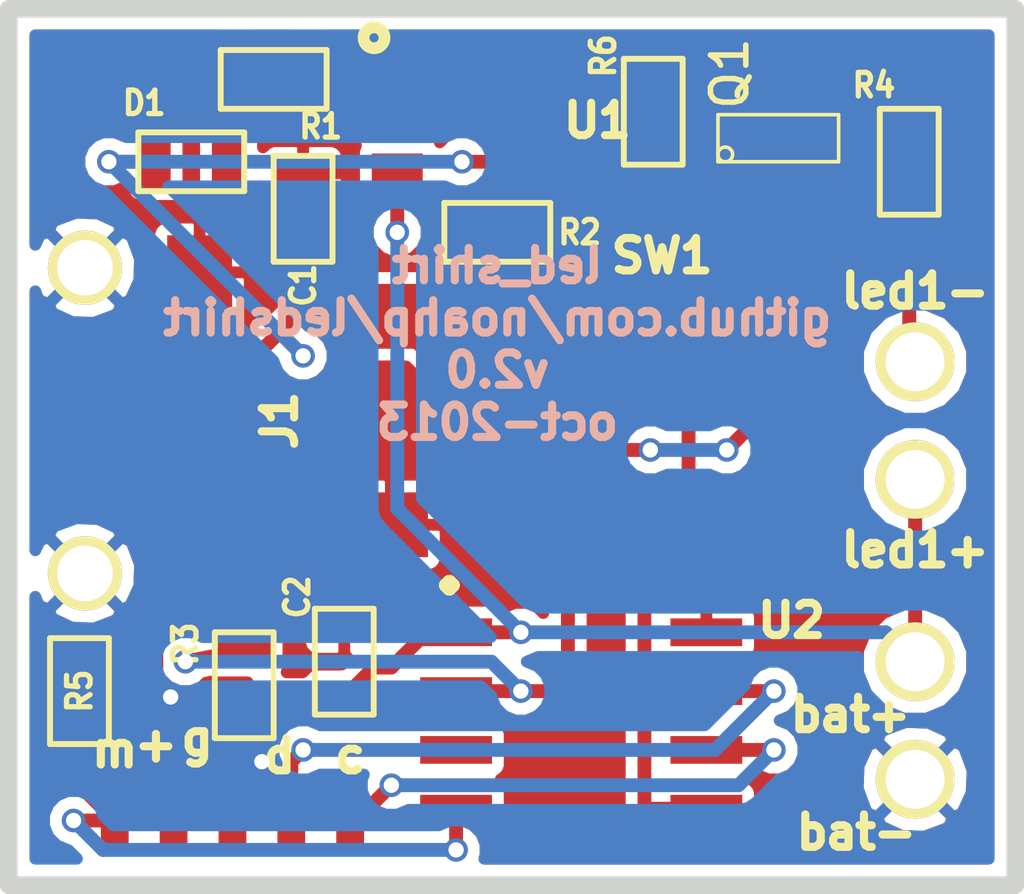
<source format=kicad_pcb>
(kicad_pcb (version 3) (host pcbnew "(2013-07-07 BZR 4022)-stable")

  (general
    (links 41)
    (no_connects 0)
    (area 136.461499 89.979499 158.559501 109.283501)
    (thickness 1.6002)
    (drawings 5)
    (tracks 108)
    (zones 0)
    (modules 23)
    (nets 14)
  )

  (page A4)
  (layers
    (15 Front signal)
    (0 Back signal)
    (16 B.Adhes user)
    (17 F.Adhes user)
    (18 B.Paste user)
    (19 F.Paste user)
    (20 B.SilkS user)
    (21 F.SilkS user)
    (22 B.Mask user)
    (23 F.Mask user)
    (24 Dwgs.User user)
    (25 Cmts.User user)
    (26 Eco1.User user)
    (27 Eco2.User user)
    (28 Edge.Cuts user)
  )

  (setup
    (last_trace_width 0.29972)
    (user_trace_width 0.29972)
    (trace_clearance 0.15494)
    (zone_clearance 0.254)
    (zone_45_only no)
    (trace_min 0.127)
    (segment_width 0.381)
    (edge_width 0.381)
    (via_size 0.508)
    (via_drill 0.3302)
    (via_min_size 0.508)
    (via_min_drill 0.3302)
    (uvia_size 0.508)
    (uvia_drill 0.127)
    (uvias_allowed no)
    (uvia_min_size 0.508)
    (uvia_min_drill 0.127)
    (pcb_text_width 0.3048)
    (pcb_text_size 1.524 2.032)
    (mod_edge_width 0.381)
    (mod_text_size 1.524 1.524)
    (mod_text_width 0.3048)
    (pad_size 1.6002 1.6002)
    (pad_drill 1.19888)
    (pad_to_mask_clearance 0.254)
    (aux_axis_origin 0 0)
    (visible_elements 7FFFFFBF)
    (pcbplotparams
      (layerselection 284196865)
      (usegerberextensions true)
      (excludeedgelayer true)
      (linewidth 0.150000)
      (plotframeref false)
      (viasonmask false)
      (mode 1)
      (useauxorigin false)
      (hpglpennumber 1)
      (hpglpenspeed 20)
      (hpglpendiameter 15)
      (hpglpenoverlay 0)
      (psnegative false)
      (psa4output false)
      (plotreference true)
      (plotvalue true)
      (plotothertext true)
      (plotinvisibletext false)
      (padsonsilk false)
      (subtractmaskfromsilk false)
      (outputformat 1)
      (mirror false)
      (drillshape 0)
      (scaleselection 1)
      (outputdirectory gerbers/))
  )

  (net 0 "")
  (net 1 GND)
  (net 2 N-000001)
  (net 3 N-0000010)
  (net 4 N-0000011)
  (net 5 N-0000012)
  (net 6 N-000006)
  (net 7 N-000008)
  (net 8 N-000009)
  (net 9 icspclk)
  (net 10 icspdat)
  (net 11 mclr)
  (net 12 vbat)
  (net 13 vbus)

  (net_class Default "This is the default net class."
    (clearance 0.15494)
    (trace_width 0.15494)
    (via_dia 0.508)
    (via_drill 0.3302)
    (uvia_dia 0.508)
    (uvia_drill 0.127)
    (add_net "")
    (add_net GND)
    (add_net N-000001)
    (add_net N-0000010)
    (add_net N-0000011)
    (add_net N-0000012)
    (add_net N-000006)
    (add_net N-000008)
    (add_net N-000009)
    (add_net icspclk)
    (add_net icspdat)
    (add_net mclr)
    (add_net vbat)
    (add_net vbus)
  )

  (net_class pwr ""
    (clearance 0.29972)
    (trace_width 0.29972)
    (via_dia 0.508)
    (via_drill 0.3302)
    (uvia_dia 0.508)
    (uvia_drill 0.127)
  )

  (module SM0603 (layer Front) (tedit 5260921C) (tstamp 52608908)
    (at 143.002 94.488 90)
    (path /509D016A)
    (attr smd)
    (fp_text reference C1 (at -1.651 0 90) (layer F.SilkS)
      (effects (font (size 0.508 0.4572) (thickness 0.1143)))
    )
    (fp_text value 4.7µF (at 0 0 90) (layer F.SilkS) hide
      (effects (font (size 0.508 0.4572) (thickness 0.1143)))
    )
    (fp_line (start -1.143 -0.635) (end 1.143 -0.635) (layer F.SilkS) (width 0.127))
    (fp_line (start 1.143 -0.635) (end 1.143 0.635) (layer F.SilkS) (width 0.127))
    (fp_line (start 1.143 0.635) (end -1.143 0.635) (layer F.SilkS) (width 0.127))
    (fp_line (start -1.143 0.635) (end -1.143 -0.635) (layer F.SilkS) (width 0.127))
    (pad 1 smd rect (at -0.762 0 90) (size 0.635 1.143)
      (layers Front F.Paste F.Mask)
      (net 13 vbus)
    )
    (pad 2 smd rect (at 0.762 0 90) (size 0.635 1.143)
      (layers Front F.Paste F.Mask)
      (net 1 GND)
    )
    (model smd\resistors\R0603.wrl
      (at (xyz 0 0 0.001))
      (scale (xyz 0.5 0.5 0.5))
      (rotate (xyz 0 0 0))
    )
  )

  (module SM0603 (layer Front) (tedit 52609283) (tstamp 52609949)
    (at 143.891 104.267 90)
    (path /509D0292)
    (attr smd)
    (fp_text reference C2 (at 1.397 -1.016 90) (layer F.SilkS)
      (effects (font (size 0.508 0.4572) (thickness 0.1143)))
    )
    (fp_text value 4.7µF (at 0 0 90) (layer F.SilkS) hide
      (effects (font (size 0.508 0.4572) (thickness 0.1143)))
    )
    (fp_line (start -1.143 -0.635) (end 1.143 -0.635) (layer F.SilkS) (width 0.127))
    (fp_line (start 1.143 -0.635) (end 1.143 0.635) (layer F.SilkS) (width 0.127))
    (fp_line (start 1.143 0.635) (end -1.143 0.635) (layer F.SilkS) (width 0.127))
    (fp_line (start -1.143 0.635) (end -1.143 -0.635) (layer F.SilkS) (width 0.127))
    (pad 1 smd rect (at -0.762 0 90) (size 0.635 1.143)
      (layers Front F.Paste F.Mask)
      (net 12 vbat)
    )
    (pad 2 smd rect (at 0.762 0 90) (size 0.635 1.143)
      (layers Front F.Paste F.Mask)
      (net 1 GND)
    )
    (model smd\resistors\R0603.wrl
      (at (xyz 0 0 0.001))
      (scale (xyz 0.5 0.5 0.5))
      (rotate (xyz 0 0 0))
    )
  )

  (module SM0603 (layer Front) (tedit 52608927) (tstamp 5260891C)
    (at 140.589 93.472)
    (path /509D01E7)
    (attr smd)
    (fp_text reference D1 (at -1.016 -1.27) (layer F.SilkS)
      (effects (font (size 0.508 0.4572) (thickness 0.1143)))
    )
    (fp_text value LED (at 0 0) (layer F.SilkS) hide
      (effects (font (size 0.508 0.4572) (thickness 0.1143)))
    )
    (fp_line (start -1.143 -0.635) (end 1.143 -0.635) (layer F.SilkS) (width 0.127))
    (fp_line (start 1.143 -0.635) (end 1.143 0.635) (layer F.SilkS) (width 0.127))
    (fp_line (start 1.143 0.635) (end -1.143 0.635) (layer F.SilkS) (width 0.127))
    (fp_line (start -1.143 0.635) (end -1.143 -0.635) (layer F.SilkS) (width 0.127))
    (pad 1 smd rect (at -0.762 0) (size 0.635 1.143)
      (layers Front F.Paste F.Mask)
      (net 13 vbus)
    )
    (pad 2 smd rect (at 0.762 0) (size 0.635 1.143)
      (layers Front F.Paste F.Mask)
      (net 4 N-0000011)
    )
    (model smd\resistors\R0603.wrl
      (at (xyz 0 0 0.001))
      (scale (xyz 0.5 0.5 0.5))
      (rotate (xyz 0 0 0))
    )
  )

  (module noah_hole_1 (layer Front) (tedit 52609331) (tstamp 52608949)
    (at 156.21 104.267)
    (path /509D14B5)
    (fp_text reference P6 (at 0 -2.49936) (layer F.SilkS) hide
      (effects (font (size 1.524 1.524) (thickness 0.254)))
    )
    (fp_text value bat+ (at -1.397 1.143) (layer F.SilkS)
      (effects (font (size 0.7 0.7) (thickness 0.175)))
    )
    (pad 1 thru_hole circle (at 0 0) (size 1.69926 1.69926) (drill 1.27)
      (layers *.Cu *.Mask F.SilkS)
      (net 12 vbat)
    )
  )

  (module noah_hole_1 (layer Front) (tedit 5260932D) (tstamp 5260894E)
    (at 156.21 106.807)
    (path /509D14C3)
    (fp_text reference P7 (at 0 -2.49936) (layer F.SilkS) hide
      (effects (font (size 1.524 1.524) (thickness 0.254)))
    )
    (fp_text value bat- (at -1.27 1.143) (layer F.SilkS)
      (effects (font (size 0.7 0.7) (thickness 0.175)))
    )
    (pad 1 thru_hole circle (at 0 0) (size 1.69926 1.69926) (drill 1.27)
      (layers *.Cu *.Mask F.SilkS)
      (net 1 GND)
    )
  )

  (module noah_hole_1 (layer Front) (tedit 52609738) (tstamp 52608953)
    (at 156.21 97.79)
    (path /50A3E96A)
    (fp_text reference P8 (at 0 -2.49936) (layer F.SilkS) hide
      (effects (font (size 1.524 1.524) (thickness 0.254)))
    )
    (fp_text value led1- (at 0 -1.524) (layer F.SilkS)
      (effects (font (size 0.7 0.7) (thickness 0.175)))
    )
    (pad 1 thru_hole circle (at 0 0) (size 1.69926 1.69926) (drill 1.27)
      (layers *.Cu *.Mask F.SilkS)
      (net 8 N-000009)
    )
  )

  (module noah_hole_1 (layer Front) (tedit 52609735) (tstamp 52608958)
    (at 156.21 100.33)
    (path /509ED371)
    (fp_text reference P9 (at 0 -2.49936) (layer F.SilkS) hide
      (effects (font (size 1.524 1.524) (thickness 0.254)))
    )
    (fp_text value led1+ (at 0 1.524) (layer F.SilkS)
      (effects (font (size 0.7 0.7) (thickness 0.175)))
    )
    (pad 1 thru_hole circle (at 0 0) (size 1.69926 1.69926) (drill 1.27)
      (layers *.Cu *.Mask F.SilkS)
      (net 12 vbat)
    )
  )

  (module SOT23 (layer Front) (tedit 5267EDA3) (tstamp 52608964)
    (at 153.289 92.964)
    (tags SOT23)
    (path /50A55C00)
    (fp_text reference Q1 (at -1.0795 -1.397 90) (layer F.SilkS)
      (effects (font (size 0.762 0.762) (thickness 0.11938)))
    )
    (fp_text value MOS_N_np (at 0.0635 0) (layer F.SilkS) hide
      (effects (font (size 0.50038 0.50038) (thickness 0.09906)))
    )
    (fp_circle (center -1.17602 0.35052) (end -1.30048 0.44958) (layer F.SilkS) (width 0.07874))
    (fp_line (start 1.27 -0.508) (end 1.27 0.508) (layer F.SilkS) (width 0.07874))
    (fp_line (start -1.3335 -0.508) (end -1.3335 0.508) (layer F.SilkS) (width 0.07874))
    (fp_line (start 1.27 0.508) (end -1.3335 0.508) (layer F.SilkS) (width 0.07874))
    (fp_line (start -1.3335 -0.508) (end 1.27 -0.508) (layer F.SilkS) (width 0.07874))
    (pad 3 smd rect (at 0 -1.09982) (size 0.8001 1.00076)
      (layers Front F.Paste F.Mask)
      (net 7 N-000008)
    )
    (pad 2 smd rect (at 0.9525 1.09982) (size 0.8001 1.00076)
      (layers Front F.Paste F.Mask)
      (net 1 GND)
    )
    (pad 1 smd rect (at -0.9525 1.09982) (size 0.8001 1.00076)
      (layers Front F.Paste F.Mask)
      (net 6 N-000006)
    )
    (model smd\SOT23_3.wrl
      (at (xyz 0 0 0))
      (scale (xyz 0.4 0.4 0.4))
      (rotate (xyz 0 0 180))
    )
  )

  (module SM0603 (layer Front) (tedit 52609218) (tstamp 5260896E)
    (at 142.367 91.694)
    (path /509D021A)
    (attr smd)
    (fp_text reference R1 (at 1.016 1.016) (layer F.SilkS)
      (effects (font (size 0.508 0.4572) (thickness 0.1143)))
    )
    (fp_text value 3.3kΩ (at 0 0) (layer F.SilkS) hide
      (effects (font (size 0.508 0.4572) (thickness 0.1143)))
    )
    (fp_line (start -1.143 -0.635) (end 1.143 -0.635) (layer F.SilkS) (width 0.127))
    (fp_line (start 1.143 -0.635) (end 1.143 0.635) (layer F.SilkS) (width 0.127))
    (fp_line (start 1.143 0.635) (end -1.143 0.635) (layer F.SilkS) (width 0.127))
    (fp_line (start -1.143 0.635) (end -1.143 -0.635) (layer F.SilkS) (width 0.127))
    (pad 1 smd rect (at -0.762 0) (size 0.635 1.143)
      (layers Front F.Paste F.Mask)
      (net 4 N-0000011)
    )
    (pad 2 smd rect (at 0.762 0) (size 0.635 1.143)
      (layers Front F.Paste F.Mask)
      (net 2 N-000001)
    )
    (model smd\resistors\R0603.wrl
      (at (xyz 0 0 0.001))
      (scale (xyz 0.5 0.5 0.5))
      (rotate (xyz 0 0 0))
    )
  )

  (module SM0603 (layer Front) (tedit 526092B3) (tstamp 52608978)
    (at 147.193 94.996 180)
    (path /509D0279)
    (attr smd)
    (fp_text reference R2 (at -1.778 0 180) (layer F.SilkS)
      (effects (font (size 0.508 0.4572) (thickness 0.1143)))
    )
    (fp_text value 3.3kΩ (at 0 0 180) (layer F.SilkS) hide
      (effects (font (size 0.508 0.4572) (thickness 0.1143)))
    )
    (fp_line (start -1.143 -0.635) (end 1.143 -0.635) (layer F.SilkS) (width 0.127))
    (fp_line (start 1.143 -0.635) (end 1.143 0.635) (layer F.SilkS) (width 0.127))
    (fp_line (start 1.143 0.635) (end -1.143 0.635) (layer F.SilkS) (width 0.127))
    (fp_line (start -1.143 0.635) (end -1.143 -0.635) (layer F.SilkS) (width 0.127))
    (pad 1 smd rect (at -0.762 0 180) (size 0.635 1.143)
      (layers Front F.Paste F.Mask)
      (net 5 N-0000012)
    )
    (pad 2 smd rect (at 0.762 0 180) (size 0.635 1.143)
      (layers Front F.Paste F.Mask)
      (net 1 GND)
    )
    (model smd\resistors\R0603.wrl
      (at (xyz 0 0 0.001))
      (scale (xyz 0.5 0.5 0.5))
      (rotate (xyz 0 0 0))
    )
  )

  (module SM0603 (layer Front) (tedit 52609285) (tstamp 5260993E)
    (at 141.732 104.775 90)
    (path /509FF0CA)
    (attr smd)
    (fp_text reference R3 (at 0.889 -1.27 90) (layer F.SilkS)
      (effects (font (size 0.508 0.4572) (thickness 0.1143)))
    )
    (fp_text value 10kΩ (at 0 0 90) (layer F.SilkS) hide
      (effects (font (size 0.508 0.4572) (thickness 0.1143)))
    )
    (fp_line (start -1.143 -0.635) (end 1.143 -0.635) (layer F.SilkS) (width 0.127))
    (fp_line (start 1.143 -0.635) (end 1.143 0.635) (layer F.SilkS) (width 0.127))
    (fp_line (start 1.143 0.635) (end -1.143 0.635) (layer F.SilkS) (width 0.127))
    (fp_line (start -1.143 0.635) (end -1.143 -0.635) (layer F.SilkS) (width 0.127))
    (pad 1 smd rect (at -0.762 0 90) (size 0.635 1.143)
      (layers Front F.Paste F.Mask)
      (net 12 vbat)
    )
    (pad 2 smd rect (at 0.762 0 90) (size 0.635 1.143)
      (layers Front F.Paste F.Mask)
      (net 3 N-0000010)
    )
    (model smd\resistors\R0603.wrl
      (at (xyz 0 0 0.001))
      (scale (xyz 0.5 0.5 0.5))
      (rotate (xyz 0 0 0))
    )
  )

  (module SM0603 (layer Front) (tedit 526091EC) (tstamp 5260898C)
    (at 156.083 93.472 90)
    (path /509E9C0F)
    (attr smd)
    (fp_text reference R4 (at 1.651 -0.762 180) (layer F.SilkS)
      (effects (font (size 0.508 0.4572) (thickness 0.1143)))
    )
    (fp_text value 0Ω (at 0 0 90) (layer F.SilkS) hide
      (effects (font (size 0.508 0.4572) (thickness 0.1143)))
    )
    (fp_line (start -1.143 -0.635) (end 1.143 -0.635) (layer F.SilkS) (width 0.127))
    (fp_line (start 1.143 -0.635) (end 1.143 0.635) (layer F.SilkS) (width 0.127))
    (fp_line (start 1.143 0.635) (end -1.143 0.635) (layer F.SilkS) (width 0.127))
    (fp_line (start -1.143 0.635) (end -1.143 -0.635) (layer F.SilkS) (width 0.127))
    (pad 1 smd rect (at -0.762 0 90) (size 0.635 1.143)
      (layers Front F.Paste F.Mask)
      (net 8 N-000009)
    )
    (pad 2 smd rect (at 0.762 0 90) (size 0.635 1.143)
      (layers Front F.Paste F.Mask)
      (net 7 N-000008)
    )
    (model smd\resistors\R0603.wrl
      (at (xyz 0 0 0.001))
      (scale (xyz 0.5 0.5 0.5))
      (rotate (xyz 0 0 0))
    )
  )

  (module SW_PB_4PIN_SMT_real (layer Front) (tedit 526092AF) (tstamp 52608994)
    (at 149.098 99.06 180)
    (path /509ED3DD)
    (fp_text reference SW1 (at -1.651 3.556 180) (layer F.SilkS)
      (effects (font (size 0.7 0.7) (thickness 0.175)))
    )
    (fp_text value SW_PUSH (at 0 5.9944 180) (layer F.SilkS) hide
      (effects (font (size 1.524 1.524) (thickness 0.3048)))
    )
    (pad 1 smd rect (at -4.20116 -2.25044 180) (size 1.6002 1.39954)
      (layers Front F.Paste F.Mask)
      (net 1 GND)
    )
    (pad 1 smd rect (at 4.20116 -2.25044 180) (size 1.6002 1.39954)
      (layers Front F.Paste F.Mask)
      (net 1 GND)
    )
    (pad 2 smd rect (at -4.20116 2.25044 180) (size 1.6002 1.39954)
      (layers Front F.Paste F.Mask)
      (net 3 N-0000010)
    )
    (pad 2 smd rect (at 4.20116 2.25044 180) (size 1.6002 1.39954)
      (layers Front F.Paste F.Mask)
      (net 3 N-0000010)
    )
  )

  (module MCP73831 (layer Front) (tedit 52609709) (tstamp 5260899E)
    (at 145.034 91.694 270)
    (path /508746F6)
    (fp_text reference U1 (at 0.889 -4.318 540) (layer F.SilkS)
      (effects (font (size 0.7 0.7) (thickness 0.175)))
    )
    (fp_text value MCP73831 (at 0.94996 2.79908 270) (layer F.SilkS) hide
      (effects (font (size 1.524 1.524) (thickness 0.254)))
    )
    (fp_circle (center -0.89916 0.50038) (end -0.99822 0.50038) (layer F.SilkS) (width 0.254))
    (pad 1 smd rect (at 0 0 270) (size 0.59944 1.09982)
      (layers Front F.Paste F.Mask)
      (net 2 N-000001)
    )
    (pad 2 smd rect (at 0.94996 0 270) (size 0.59944 1.09982)
      (layers Front F.Paste F.Mask)
      (net 1 GND)
    )
    (pad 3 smd rect (at 1.89992 0 270) (size 0.59944 1.09982)
      (layers Front F.Paste F.Mask)
      (net 12 vbat)
    )
    (pad 4 smd rect (at 1.89992 -2.79908 270) (size 0.59944 1.09982)
      (layers Front F.Paste F.Mask)
      (net 13 vbus)
    )
    (pad 5 smd rect (at 0 -2.79908 270) (size 0.59944 1.09982)
      (layers Front F.Paste F.Mask)
      (net 5 N-0000012)
    )
  )

  (module PIC12F1822-SOIC-8 (layer Front) (tedit 5260974B) (tstamp 526089AB)
    (at 146.304 103.632 270)
    (path /52608131)
    (fp_text reference U2 (at -0.254 -7.239 360) (layer F.SilkS)
      (effects (font (size 0.7 0.7) (thickness 0.175)))
    )
    (fp_text value PIC12F1822 (at 2.286 2.032 270) (layer F.SilkS) hide
      (effects (font (size 0.7 0.7) (thickness 0.175)))
    )
    (fp_text user . (at -1.016 0.762 270) (layer F.SilkS)
      (effects (font (size 1.524 1.524) (thickness 0.3048)))
    )
    (pad 1 smd rect (at 0 0 270) (size 0.6 1.55)
      (layers Front F.Paste F.Mask)
      (net 12 vbat)
    )
    (pad 2 smd rect (at 1.27 0 270) (size 0.6 1.55)
      (layers Front F.Paste F.Mask)
      (net 3 N-0000010)
    )
    (pad 3 smd rect (at 2.54 0 270) (size 0.6 1.55)
      (layers Front F.Paste F.Mask)
    )
    (pad 4 smd rect (at 3.81 0 270) (size 0.6 1.55)
      (layers Front F.Paste F.Mask)
      (net 11 mclr)
    )
    (pad 5 smd rect (at 3.81 -5.4 270) (size 0.6 1.55)
      (layers Front F.Paste F.Mask)
      (net 6 N-000006)
    )
    (pad 6 smd rect (at 2.54 -5.4 270) (size 0.6 1.55)
      (layers Front F.Paste F.Mask)
      (net 9 icspclk)
    )
    (pad 7 smd rect (at 1.27 -5.4 270) (size 0.6 1.55)
      (layers Front F.Paste F.Mask)
      (net 10 icspdat)
    )
    (pad 8 smd rect (at 0 -5.4 270) (size 0.6 1.55)
      (layers Front F.Paste F.Mask)
      (net 1 GND)
    )
  )

  (module test_pad_smd (layer Front) (tedit 5267ECAC) (tstamp 5260954E)
    (at 144.018 107.696)
    (path /509D160E)
    (fp_text reference P1 (at 0 -1.778) (layer F.SilkS) hide
      (effects (font (size 0.7 0.7) (thickness 0.175)))
    )
    (fp_text value c (at 0 -1.397) (layer F.SilkS)
      (effects (font (size 0.7 0.7) (thickness 0.175)))
    )
    (pad 1 smd rect (at 0 0) (size 0.6 1.55)
      (layers Front F.Paste F.Mask)
      (net 9 icspclk)
    )
  )

  (module test_pad_smd (layer Front) (tedit 5267ECA8) (tstamp 52609552)
    (at 142.748 107.696)
    (path /509D160C)
    (fp_text reference P2 (at 0 -1.778) (layer F.SilkS) hide
      (effects (font (size 0.7 0.7) (thickness 0.175)))
    )
    (fp_text value d (at -0.254 -1.397) (layer F.SilkS)
      (effects (font (size 0.7 0.7) (thickness 0.175)))
    )
    (pad 1 smd rect (at 0 0) (size 0.6 1.55)
      (layers Front F.Paste F.Mask)
      (net 10 icspdat)
    )
  )

  (module test_pad_smd (layer Front) (tedit 5267EC9B) (tstamp 52609556)
    (at 141.478 107.696)
    (path /509D160A)
    (fp_text reference P3 (at 0 -1.778) (layer F.SilkS) hide
      (effects (font (size 0.7 0.7) (thickness 0.175)))
    )
    (fp_text value g (at -0.762 -1.778) (layer F.SilkS)
      (effects (font (size 0.7 0.7) (thickness 0.175)))
    )
    (pad 1 smd rect (at 0 0) (size 0.6 1.55)
      (layers Front F.Paste F.Mask)
      (net 1 GND)
    )
  )

  (module test_pad_smd (layer Front) (tedit 5267ECA1) (tstamp 5260955A)
    (at 140.208 107.696)
    (path /509D15FE)
    (fp_text reference P4 (at 0 -1.778) (layer F.SilkS) hide
      (effects (font (size 0.7 0.7) (thickness 0.175)))
    )
    (fp_text value + (at -0.381 -1.651) (layer F.SilkS)
      (effects (font (size 0.7 0.7) (thickness 0.175)))
    )
    (pad 1 smd rect (at 0 0) (size 0.6 1.55)
      (layers Front F.Paste F.Mask)
      (net 12 vbat)
    )
  )

  (module test_pad_smd (layer Front) (tedit 5267EC8E) (tstamp 5260955E)
    (at 138.938 107.696)
    (path /509D15EE)
    (fp_text reference P5 (at 0 -1.778) (layer F.SilkS) hide
      (effects (font (size 0.7 0.7) (thickness 0.175)))
    )
    (fp_text value m (at 0 -1.524) (layer F.SilkS)
      (effects (font (size 0.7 0.7) (thickness 0.175)))
    )
    (pad 1 smd rect (at 0 0) (size 0.6 1.55)
      (layers Front F.Paste F.Mask)
      (net 11 mclr)
    )
  )

  (module 10118193-0001LF (layer Front) (tedit 52609BD5) (tstamp 52609E0C)
    (at 140.97 99.06 270)
    (path /509D007F)
    (fp_text reference J1 (at 0 -1.524 270) (layer F.SilkS)
      (effects (font (size 0.7 0.7) (thickness 0.175)))
    )
    (fp_text value 10103593-0001LF (at 0 5.334 270) (layer F.SilkS) hide
      (effects (font (size 1.524 1.524) (thickness 0.3048)))
    )
    (pad 1 smd rect (at -1.30048 0 270) (size 0.39878 1.34874)
      (layers Front F.Paste F.Mask)
      (net 13 vbus)
    )
    (pad 2 smd rect (at -0.65024 0 270) (size 0.39878 1.34874)
      (layers Front F.Paste F.Mask)
    )
    (pad 3 smd rect (at 0 0 270) (size 0.39878 1.34874)
      (layers Front F.Paste F.Mask)
    )
    (pad 4 smd rect (at 0.65024 0 270) (size 0.39878 1.34874)
      (layers Front F.Paste F.Mask)
    )
    (pad 5 smd rect (at 1.30048 0 270) (size 0.39878 1.34874)
      (layers Front F.Paste F.Mask)
      (net 1 GND)
    )
    (pad 6 smd rect (at -3.2004 0.20066 270) (size 1.6002 1.39954)
      (layers Front F.Paste F.Mask)
      (net 1 GND)
    )
    (pad 6 smd rect (at 3.2004 0.20066 270) (size 1.6002 1.39954)
      (layers Front F.Paste F.Mask)
      (net 1 GND)
    )
    (pad 6 smd rect (at 1.19888 2.67462 270) (size 1.89992 1.89992)
      (layers Front F.Paste F.Mask)
      (net 1 GND)
    )
    (pad 6 smd rect (at -1.19888 2.67462 270) (size 1.89992 1.89992)
      (layers Front F.Paste F.Mask)
      (net 1 GND)
    )
    (pad 6 thru_hole circle (at 3.29946 2.67462 270) (size 1.6002 1.6002) (drill 1.19888)
      (layers *.Cu *.Mask F.SilkS)
      (net 1 GND)
    )
    (pad 6 thru_hole circle (at -3.29946 2.67462 270) (size 1.6002 1.6002) (drill 1.19888)
      (layers *.Cu *.Mask F.SilkS)
      (net 1 GND)
    )
  )

  (module SM0603 (layer Front) (tedit 4E43A3D1) (tstamp 5267ECAB)
    (at 138.176 104.902 90)
    (path /5267E075)
    (attr smd)
    (fp_text reference R5 (at 0 0 90) (layer F.SilkS)
      (effects (font (size 0.508 0.4572) (thickness 0.1143)))
    )
    (fp_text value 10K (at 0 0 90) (layer F.SilkS) hide
      (effects (font (size 0.508 0.4572) (thickness 0.1143)))
    )
    (fp_line (start -1.143 -0.635) (end 1.143 -0.635) (layer F.SilkS) (width 0.127))
    (fp_line (start 1.143 -0.635) (end 1.143 0.635) (layer F.SilkS) (width 0.127))
    (fp_line (start 1.143 0.635) (end -1.143 0.635) (layer F.SilkS) (width 0.127))
    (fp_line (start -1.143 0.635) (end -1.143 -0.635) (layer F.SilkS) (width 0.127))
    (pad 1 smd rect (at -0.762 0 90) (size 0.635 1.143)
      (layers Front F.Paste F.Mask)
      (net 11 mclr)
    )
    (pad 2 smd rect (at 0.762 0 90) (size 0.635 1.143)
      (layers Front F.Paste F.Mask)
      (net 12 vbat)
    )
    (model smd\resistors\R0603.wrl
      (at (xyz 0 0 0.001))
      (scale (xyz 0.5 0.5 0.5))
      (rotate (xyz 0 0 0))
    )
  )

  (module SM0603 (layer Front) (tedit 5267EDA0) (tstamp 5267EC28)
    (at 150.5585 92.3925 90)
    (path /5267E19B)
    (attr smd)
    (fp_text reference R6 (at 1.2065 -1.0795 90) (layer F.SilkS)
      (effects (font (size 0.508 0.4572) (thickness 0.1143)))
    )
    (fp_text value 10K (at 0 0 90) (layer F.SilkS) hide
      (effects (font (size 0.508 0.4572) (thickness 0.1143)))
    )
    (fp_line (start -1.143 -0.635) (end 1.143 -0.635) (layer F.SilkS) (width 0.127))
    (fp_line (start 1.143 -0.635) (end 1.143 0.635) (layer F.SilkS) (width 0.127))
    (fp_line (start 1.143 0.635) (end -1.143 0.635) (layer F.SilkS) (width 0.127))
    (fp_line (start -1.143 0.635) (end -1.143 -0.635) (layer F.SilkS) (width 0.127))
    (pad 1 smd rect (at -0.762 0 90) (size 0.635 1.143)
      (layers Front F.Paste F.Mask)
      (net 6 N-000006)
    )
    (pad 2 smd rect (at 0.762 0 90) (size 0.635 1.143)
      (layers Front F.Paste F.Mask)
      (net 1 GND)
    )
    (model smd\resistors\R0603.wrl
      (at (xyz 0 0 0.001))
      (scale (xyz 0.5 0.5 0.5))
      (rotate (xyz 0 0 0))
    )
  )

  (gr_text "led_shirt\ngithub.com/noahp/ledshirt\nv2.0\noct-2013" (at 147.193 97.409) (layer B.SilkS)
    (effects (font (size 0.7 0.7) (thickness 0.175)) (justify mirror))
  )
  (gr_line (start 158.369 90.17) (end 136.652 90.17) (angle 90) (layer Edge.Cuts) (width 0.381))
  (gr_line (start 158.369 109.093) (end 158.369 90.17) (angle 90) (layer Edge.Cuts) (width 0.381))
  (gr_line (start 136.652 109.093) (end 158.369 109.093) (angle 90) (layer Edge.Cuts) (width 0.381))
  (gr_line (start 136.652 90.17) (end 136.652 109.093) (angle 90) (layer Edge.Cuts) (width 0.381))

  (segment (start 140.716 105.029) (end 140.1445 105.029) (width 0.29972) (layer Back) (net 1))
  (segment (start 140.716 105.029) (end 142.113 106.426) (width 0.29972) (layer Back) (net 1) (tstamp 52609E44))
  (via (at 142.113 106.426) (size 0.508) (layers Front Back) (net 1))
  (segment (start 142.113 106.426) (end 141.478 107.061) (width 0.29972) (layer Front) (net 1) (tstamp 52609E46))
  (segment (start 141.478 107.696) (end 141.478 107.061) (width 0.29972) (layer Front) (net 1) (tstamp 52609E47))
  (segment (start 139.83462 104.71912) (end 139.83462 103.19512) (width 0.29972) (layer Front) (net 1) (tstamp 5267ED4D))
  (segment (start 140.1445 105.029) (end 139.83462 104.71912) (width 0.29972) (layer Front) (net 1) (tstamp 5267ED4C))
  (via (at 140.1445 105.029) (size 0.508) (layers Front Back) (net 1))
  (segment (start 140.76934 102.2604) (end 139.83462 103.19512) (width 0.29972) (layer Front) (net 1))
  (segment (start 143.129 91.694) (end 145.034 91.694) (width 0.29972) (layer Front) (net 2))
  (segment (start 153.29916 96.80956) (end 153.29916 98.54184) (width 0.29972) (layer Front) (net 3))
  (segment (start 149.65172 99.695) (end 148.717 100.62972) (width 0.29972) (layer Front) (net 3) (tstamp 52609E5D))
  (segment (start 150.495 99.695) (end 149.65172 99.695) (width 0.29972) (layer Front) (net 3) (tstamp 52609E5C))
  (via (at 150.495 99.695) (size 0.508) (layers Front Back) (net 3))
  (segment (start 152.146 99.695) (end 150.495 99.695) (width 0.29972) (layer Back) (net 3) (tstamp 52609E59))
  (via (at 152.146 99.695) (size 0.508) (layers Front Back) (net 3))
  (segment (start 153.29916 98.54184) (end 152.146 99.695) (width 0.29972) (layer Front) (net 3) (tstamp 52609E57))
  (segment (start 147.701 104.902) (end 148.717 104.902) (width 0.29972) (layer Front) (net 3))
  (segment (start 148.717 100.62972) (end 144.89684 96.80956) (width 0.29972) (layer Front) (net 3) (tstamp 52609A8E))
  (segment (start 148.717 104.902) (end 148.717 103.378) (width 0.29972) (layer Front) (net 3) (tstamp 52609A8C))
  (segment (start 148.717 103.378) (end 148.717 100.62972) (width 0.29972) (layer Front) (net 3) (tstamp 52609E54))
  (segment (start 141.732 104.013) (end 140.462 104.267) (width 0.29972) (layer Front) (net 3) (status 10))
  (segment (start 147.701 104.902) (end 146.304 104.902) (width 0.29972) (layer Front) (net 3) (tstamp 5260999E))
  (via (at 147.701 104.902) (size 0.508) (layers Front Back) (net 3))
  (segment (start 147.066 104.267) (end 147.701 104.902) (width 0.29972) (layer Back) (net 3) (tstamp 5260999A))
  (segment (start 140.462 104.267) (end 147.066 104.267) (width 0.29972) (layer Back) (net 3) (tstamp 52609999))
  (via (at 140.462 104.267) (size 0.508) (layers Front Back) (net 3))
  (segment (start 141.605 91.694) (end 141.605 93.218) (width 0.29972) (layer Front) (net 4))
  (segment (start 141.605 93.218) (end 141.351 93.472) (width 0.29972) (layer Front) (net 4) (tstamp 526097B8))
  (segment (start 149.225 93.08592) (end 149.225 92.329) (width 0.29972) (layer Front) (net 5))
  (segment (start 148.59 91.694) (end 147.83308 91.694) (width 0.29972) (layer Front) (net 5) (tstamp 52609874))
  (segment (start 149.225 92.329) (end 148.59 91.694) (width 0.29972) (layer Front) (net 5) (tstamp 5260986F))
  (segment (start 148.463 94.996) (end 147.955 94.996) (width 0.29972) (layer Front) (net 5) (tstamp 52609867))
  (segment (start 149.225 94.234) (end 148.463 94.996) (width 0.29972) (layer Front) (net 5) (tstamp 52609864))
  (segment (start 149.225 93.08592) (end 149.225 94.234) (width 0.29972) (layer Front) (net 5) (tstamp 52609863))
  (segment (start 150.5585 93.1545) (end 151.46782 94.06382) (width 0.29972) (layer Front) (net 6))
  (segment (start 151.46782 94.06382) (end 152.3365 94.06382) (width 0.29972) (layer Front) (net 6) (tstamp 5267EDC7))
  (segment (start 152.3365 94.06382) (end 151.3205 95.07982) (width 0.29972) (layer Front) (net 6))
  (segment (start 151.3205 95.07982) (end 151.3205 97.028) (width 0.29972) (layer Front) (net 6) (tstamp 5267EDC1))
  (segment (start 151.3205 101.4095) (end 151.3205 102.1715) (width 0.29972) (layer Front) (net 6))
  (segment (start 151.3205 102.1715) (end 150.368 103.124) (width 0.29972) (layer Front) (net 6) (tstamp 526098C6))
  (segment (start 150.368 107.442) (end 150.368 103.124) (width 0.29972) (layer Front) (net 6))
  (segment (start 150.368 107.442) (end 151.704 107.442) (width 0.29972) (layer Front) (net 6) (tstamp 526098BD))
  (segment (start 151.3205 97.028) (end 151.3205 101.4095) (width 0.29972) (layer Front) (net 6) (tstamp 5267EDC4))
  (segment (start 153.289 91.86418) (end 153.30932 91.8845) (width 0.29972) (layer Front) (net 7))
  (segment (start 153.30932 91.8845) (end 155.2575 91.8845) (width 0.29972) (layer Front) (net 7) (tstamp 5267EDCA))
  (segment (start 155.2575 91.8845) (end 156.083 92.71) (width 0.29972) (layer Front) (net 7) (tstamp 5267EDCD))
  (segment (start 156.083 94.234) (end 156.083 97.663) (width 0.29972) (layer Front) (net 8))
  (segment (start 156.083 97.663) (end 156.21 97.79) (width 0.29972) (layer Front) (net 8) (tstamp 5260988E))
  (segment (start 151.704 106.172) (end 153.162 106.172) (width 0.29972) (layer Front) (net 9))
  (segment (start 144.145 107.696) (end 144.018 107.696) (width 0.29972) (layer Front) (net 9) (tstamp 52609A75))
  (segment (start 144.907 106.934) (end 144.145 107.696) (width 0.29972) (layer Front) (net 9) (tstamp 52609A74))
  (via (at 144.907 106.934) (size 0.508) (layers Front Back) (net 9))
  (segment (start 152.4 106.934) (end 144.907 106.934) (width 0.29972) (layer Back) (net 9) (tstamp 52609A71))
  (segment (start 153.162 106.172) (end 152.4 106.934) (width 0.29972) (layer Back) (net 9) (tstamp 52609A70))
  (via (at 153.162 106.172) (size 0.508) (layers Front Back) (net 9))
  (segment (start 151.704 104.902) (end 153.162 104.902) (width 0.29972) (layer Front) (net 10))
  (segment (start 142.748 106.426) (end 142.748 107.696) (width 0.29972) (layer Front) (net 10) (tstamp 52609A81))
  (segment (start 143.002 106.172) (end 142.748 106.426) (width 0.29972) (layer Front) (net 10) (tstamp 52609A80))
  (via (at 143.002 106.172) (size 0.508) (layers Front Back) (net 10))
  (segment (start 151.892 106.172) (end 143.002 106.172) (width 0.29972) (layer Back) (net 10) (tstamp 52609A7D))
  (segment (start 153.162 104.902) (end 151.892 106.172) (width 0.29972) (layer Back) (net 10) (tstamp 52609A7C))
  (via (at 153.162 104.902) (size 0.508) (layers Front Back) (net 10))
  (segment (start 138.176 106.934) (end 138.938 107.696) (width 0.29972) (layer Front) (net 11) (tstamp 5267EC64))
  (segment (start 138.176 105.664) (end 138.176 106.934) (width 0.29972) (layer Front) (net 11))
  (segment (start 146.304 107.442) (end 146.304 108.331) (width 0.29972) (layer Front) (net 11))
  (segment (start 138.049 107.696) (end 138.938 107.696) (width 0.29972) (layer Front) (net 11) (tstamp 52609A29))
  (via (at 138.049 107.696) (size 0.508) (layers Front Back) (net 11))
  (segment (start 138.684 108.331) (end 138.049 107.696) (width 0.29972) (layer Back) (net 11) (tstamp 52609A26))
  (segment (start 146.304 108.331) (end 138.684 108.331) (width 0.29972) (layer Back) (net 11) (tstamp 52609A25))
  (via (at 146.304 108.331) (size 0.508) (layers Front Back) (net 11))
  (segment (start 139.192 104.394) (end 139.319 104.521) (width 0.15494) (layer Front) (net 12))
  (segment (start 139.319 104.521) (end 139.319 105.537) (width 0.15494) (layer Front) (net 12) (tstamp 5267ED60))
  (segment (start 140.208 106.299) (end 140.081 106.299) (width 0.15494) (layer Front) (net 12))
  (segment (start 140.081 106.299) (end 139.319 105.537) (width 0.15494) (layer Front) (net 12) (tstamp 5267ECC6))
  (segment (start 138.938 104.14) (end 138.176 104.14) (width 0.15494) (layer Front) (net 12) (tstamp 5267ECCD))
  (segment (start 139.192 104.394) (end 138.938 104.14) (width 0.15494) (layer Front) (net 12) (tstamp 5267ECC8))
  (segment (start 145.034 93.59392) (end 145.034 94.996) (width 0.29972) (layer Front) (net 12))
  (segment (start 145.034 100.965) (end 147.701 103.632) (width 0.29972) (layer Back) (net 12) (tstamp 52609AA0))
  (segment (start 145.034 94.996) (end 145.034 100.965) (width 0.29972) (layer Back) (net 12) (tstamp 52609A9F))
  (via (at 145.034 94.996) (size 0.508) (layers Front Back) (net 12))
  (segment (start 140.208 107.696) (end 140.208 106.299) (width 0.29972) (layer Front) (net 12))
  (segment (start 140.97 105.537) (end 141.732 105.537) (width 0.29972) (layer Front) (net 12) (tstamp 52609A5A))
  (segment (start 140.208 106.299) (end 140.97 105.537) (width 0.29972) (layer Front) (net 12) (tstamp 52609A59))
  (segment (start 141.732 105.537) (end 142.24 105.029) (width 0.29972) (layer Front) (net 12) (tstamp 52609A5B))
  (segment (start 142.24 105.029) (end 143.891 105.029) (width 0.29972) (layer Front) (net 12) (tstamp 52609A5C))
  (segment (start 143.891 105.029) (end 144.526 104.394) (width 0.29972) (layer Front) (net 12))
  (segment (start 145.669 103.632) (end 146.304 103.632) (width 0.29972) (layer Front) (net 12) (tstamp 5260997E))
  (segment (start 144.907 104.394) (end 145.669 103.632) (width 0.29972) (layer Front) (net 12) (tstamp 5260997D))
  (segment (start 144.526 104.394) (end 144.907 104.394) (width 0.29972) (layer Front) (net 12) (tstamp 52609976))
  (segment (start 147.701 103.632) (end 146.304 103.632) (width 0.29972) (layer Front) (net 12) (tstamp 526098FE))
  (via (at 147.701 103.632) (size 0.508) (layers Front Back) (net 12))
  (segment (start 155.575 103.632) (end 147.701 103.632) (width 0.29972) (layer Back) (net 12) (tstamp 526098EB))
  (segment (start 156.21 104.267) (end 155.575 103.632) (width 0.29972) (layer Back) (net 12))
  (segment (start 156.21 100.33) (end 156.21 104.267) (width 0.29972) (layer Front) (net 12))
  (segment (start 138.811 93.472) (end 146.431 93.472) (width 0.29972) (layer Back) (net 13))
  (segment (start 147.71116 93.472) (end 147.83308 93.59392) (width 0.29972) (layer Front) (net 13) (tstamp 52609843))
  (segment (start 146.431 93.472) (end 147.71116 93.472) (width 0.29972) (layer Front) (net 13) (tstamp 52609842))
  (via (at 146.431 93.472) (size 0.508) (layers Front Back) (net 13))
  (segment (start 142.494 97.155) (end 143.002 97.663) (width 0.29972) (layer Front) (net 13))
  (segment (start 138.811 93.472) (end 139.827 93.472) (width 0.29972) (layer Front) (net 13) (tstamp 5260981E))
  (via (at 138.811 93.472) (size 0.508) (layers Front Back) (net 13))
  (segment (start 143.002 97.663) (end 138.811 93.472) (width 0.29972) (layer Back) (net 13) (tstamp 52609819))
  (via (at 143.002 97.663) (size 0.508) (layers Front Back) (net 13))
  (segment (start 143.002 95.25) (end 143.002 96.647) (width 0.29972) (layer Front) (net 13))
  (segment (start 141.88948 97.75952) (end 140.97 97.75952) (width 0.29972) (layer Front) (net 13) (tstamp 526097D6))
  (segment (start 143.002 96.647) (end 142.494 97.155) (width 0.29972) (layer Front) (net 13) (tstamp 526097CE))
  (segment (start 142.494 97.155) (end 141.88948 97.75952) (width 0.29972) (layer Front) (net 13) (tstamp 52609815))

  (zone (net 1) (net_name GND) (layer Back) (tstamp 52609AB9) (hatch edge 0.508)
    (connect_pads (clearance 0.254))
    (min_thickness 0.254)
    (fill (arc_segments 16) (thermal_gap 0.254) (thermal_bridge_width 0.255))
    (polygon
      (pts
        (xy 136.652 90.17) (xy 158.369 90.17) (xy 158.369 109.093) (xy 136.652 109.093)
      )
    )
    (filled_polygon
      (pts
        (xy 157.7975 108.5215) (xy 157.449212 108.5215) (xy 157.449212 106.610222) (xy 157.440843 106.587564) (xy 157.440843 104.023287)
        (xy 157.440843 100.086287) (xy 157.440843 97.546287) (xy 157.253885 97.093815) (xy 156.908006 96.747331) (xy 156.455861 96.559585)
        (xy 155.966287 96.559157) (xy 155.513815 96.746115) (xy 155.167331 97.091994) (xy 154.979585 97.544139) (xy 154.979157 98.033713)
        (xy 155.166115 98.486185) (xy 155.511994 98.832669) (xy 155.964139 99.020415) (xy 156.453713 99.020843) (xy 156.906185 98.833885)
        (xy 157.252669 98.488006) (xy 157.440415 98.035861) (xy 157.440843 97.546287) (xy 157.440843 100.086287) (xy 157.253885 99.633815)
        (xy 156.908006 99.287331) (xy 156.455861 99.099585) (xy 155.966287 99.099157) (xy 155.513815 99.286115) (xy 155.167331 99.631994)
        (xy 154.979585 100.084139) (xy 154.979157 100.573713) (xy 155.166115 101.026185) (xy 155.511994 101.372669) (xy 155.964139 101.560415)
        (xy 156.453713 101.560843) (xy 156.906185 101.373885) (xy 157.252669 101.028006) (xy 157.440415 100.575861) (xy 157.440843 100.086287)
        (xy 157.440843 104.023287) (xy 157.253885 103.570815) (xy 156.908006 103.224331) (xy 156.455861 103.036585) (xy 155.966287 103.036157)
        (xy 155.732969 103.132561) (xy 155.575 103.10114) (xy 152.78111 103.10114) (xy 152.78111 99.569245) (xy 152.68464 99.335772)
        (xy 152.506168 99.156987) (xy 152.272863 99.060111) (xy 152.020245 99.05989) (xy 151.786772 99.15636) (xy 151.778978 99.16414)
        (xy 150.862308 99.16414) (xy 150.855168 99.156987) (xy 150.621863 99.060111) (xy 150.369245 99.05989) (xy 150.135772 99.15636)
        (xy 149.956987 99.334832) (xy 149.860111 99.568137) (xy 149.85989 99.820755) (xy 149.95636 100.054228) (xy 150.134832 100.233013)
        (xy 150.368137 100.329889) (xy 150.620755 100.33011) (xy 150.854228 100.23364) (xy 150.862021 100.22586) (xy 151.778691 100.22586)
        (xy 151.785832 100.233013) (xy 152.019137 100.329889) (xy 152.271755 100.33011) (xy 152.505228 100.23364) (xy 152.684013 100.055168)
        (xy 152.780889 99.821863) (xy 152.78111 99.569245) (xy 152.78111 103.10114) (xy 148.068308 103.10114) (xy 148.061168 103.093987)
        (xy 147.827863 102.997111) (xy 147.81685 102.997101) (xy 147.06611 102.24636) (xy 147.06611 93.346245) (xy 146.96964 93.112772)
        (xy 146.791168 92.933987) (xy 146.557863 92.837111) (xy 146.305245 92.83689) (xy 146.071772 92.93336) (xy 146.063978 92.94114)
        (xy 139.178308 92.94114) (xy 139.171168 92.933987) (xy 138.937863 92.837111) (xy 138.685245 92.83689) (xy 138.451772 92.93336)
        (xy 138.272987 93.111832) (xy 138.176111 93.345137) (xy 138.17589 93.597755) (xy 138.27236 93.831228) (xy 138.450832 94.010013)
        (xy 138.684137 94.106889) (xy 138.695148 94.106898) (xy 142.366898 97.778648) (xy 142.36689 97.788755) (xy 142.46336 98.022228)
        (xy 142.641832 98.201013) (xy 142.875137 98.297889) (xy 143.127755 98.29811) (xy 143.361228 98.20164) (xy 143.540013 98.023168)
        (xy 143.636889 97.789863) (xy 143.63711 97.537245) (xy 143.54064 97.303772) (xy 143.362168 97.124987) (xy 143.128863 97.028111)
        (xy 143.117851 97.028101) (xy 140.09261 94.00286) (xy 146.063691 94.00286) (xy 146.070832 94.010013) (xy 146.304137 94.106889)
        (xy 146.556755 94.10711) (xy 146.790228 94.01064) (xy 146.969013 93.832168) (xy 147.065889 93.598863) (xy 147.06611 93.346245)
        (xy 147.06611 102.24636) (xy 145.56486 100.74511) (xy 145.56486 95.363308) (xy 145.572013 95.356168) (xy 145.668889 95.122863)
        (xy 145.66911 94.870245) (xy 145.57264 94.636772) (xy 145.394168 94.457987) (xy 145.160863 94.361111) (xy 144.908245 94.36089)
        (xy 144.674772 94.45736) (xy 144.495987 94.635832) (xy 144.399111 94.869137) (xy 144.39889 95.121755) (xy 144.49536 95.355228)
        (xy 144.50314 95.363021) (xy 144.50314 100.965) (xy 144.543549 101.168152) (xy 144.658625 101.340375) (xy 147.05439 103.73614)
        (xy 140.829308 103.73614) (xy 140.822168 103.728987) (xy 140.588863 103.632111) (xy 140.336245 103.63189) (xy 140.102772 103.72836)
        (xy 139.923987 103.906832) (xy 139.827111 104.140137) (xy 139.82689 104.392755) (xy 139.92336 104.626228) (xy 140.101832 104.805013)
        (xy 140.335137 104.901889) (xy 140.587755 104.90211) (xy 140.821228 104.80564) (xy 140.829021 104.79786) (xy 146.84611 104.79786)
        (xy 147.065898 105.017648) (xy 147.06589 105.027755) (xy 147.16236 105.261228) (xy 147.340832 105.440013) (xy 147.574137 105.536889)
        (xy 147.826755 105.53711) (xy 148.060228 105.44064) (xy 148.239013 105.262168) (xy 148.335889 105.028863) (xy 148.33611 104.776245)
        (xy 148.23964 104.542772) (xy 148.061168 104.363987) (xy 147.827863 104.267111) (xy 147.826755 104.26711) (xy 148.060228 104.17064)
        (xy 148.068021 104.16286) (xy 154.979461 104.16286) (xy 154.979157 104.510713) (xy 155.166115 104.963185) (xy 155.511994 105.309669)
        (xy 155.964139 105.497415) (xy 156.453713 105.497843) (xy 156.906185 105.310885) (xy 157.252669 104.965006) (xy 157.440415 104.512861)
        (xy 157.440843 104.023287) (xy 157.440843 106.587564) (xy 157.279579 106.150975) (xy 157.225398 106.069888) (xy 157.030235 105.987472)
        (xy 157.029528 105.988179) (xy 157.029528 105.986765) (xy 156.947112 105.791602) (xy 156.502427 105.586814) (xy 156.013222 105.567788)
        (xy 155.553975 105.737421) (xy 155.472888 105.791602) (xy 155.390472 105.986765) (xy 156.21 106.806293) (xy 157.029528 105.986765)
        (xy 157.029528 105.988179) (xy 156.210707 106.807) (xy 157.030235 107.626528) (xy 157.225398 107.544112) (xy 157.430186 107.099427)
        (xy 157.449212 106.610222) (xy 157.449212 108.5215) (xy 157.029528 108.5215) (xy 157.029528 107.627235) (xy 156.21 106.807707)
        (xy 156.209293 106.808414) (xy 156.209293 106.807) (xy 155.389765 105.987472) (xy 155.194602 106.069888) (xy 154.989814 106.514573)
        (xy 154.970788 107.003778) (xy 155.140421 107.463025) (xy 155.194602 107.544112) (xy 155.389765 107.626528) (xy 156.209293 106.807)
        (xy 156.209293 106.808414) (xy 155.390472 107.627235) (xy 155.472888 107.822398) (xy 155.917573 108.027186) (xy 156.406778 108.046212)
        (xy 156.866025 107.876579) (xy 156.947112 107.822398) (xy 157.029528 107.627235) (xy 157.029528 108.5215) (xy 153.79711 108.5215)
        (xy 153.79711 106.046245) (xy 153.70064 105.812772) (xy 153.522168 105.633987) (xy 153.288863 105.537111) (xy 153.287755 105.53711)
        (xy 153.521228 105.44064) (xy 153.700013 105.262168) (xy 153.796889 105.028863) (xy 153.79711 104.776245) (xy 153.70064 104.542772)
        (xy 153.522168 104.363987) (xy 153.288863 104.267111) (xy 153.036245 104.26689) (xy 152.802772 104.36336) (xy 152.623987 104.541832)
        (xy 152.527111 104.775137) (xy 152.527101 104.786148) (xy 151.67211 105.64114) (xy 143.369308 105.64114) (xy 143.362168 105.633987)
        (xy 143.128863 105.537111) (xy 142.876245 105.53689) (xy 142.642772 105.63336) (xy 142.463987 105.811832) (xy 142.367111 106.045137)
        (xy 142.36689 106.297755) (xy 142.46336 106.531228) (xy 142.641832 106.710013) (xy 142.875137 106.806889) (xy 143.127755 106.80711)
        (xy 143.361228 106.71064) (xy 143.369021 106.70286) (xy 144.31541 106.70286) (xy 144.272111 106.807137) (xy 144.27189 107.059755)
        (xy 144.36836 107.293228) (xy 144.546832 107.472013) (xy 144.780137 107.568889) (xy 145.032755 107.56911) (xy 145.266228 107.47264)
        (xy 145.274021 107.46486) (xy 152.4 107.46486) (xy 152.603151 107.424451) (xy 152.603152 107.424451) (xy 152.775375 107.309375)
        (xy 153.277648 106.807101) (xy 153.287755 106.80711) (xy 153.521228 106.71064) (xy 153.700013 106.532168) (xy 153.796889 106.298863)
        (xy 153.79711 106.046245) (xy 153.79711 108.5215) (xy 146.912464 108.5215) (xy 146.938889 108.457863) (xy 146.93911 108.205245)
        (xy 146.84264 107.971772) (xy 146.664168 107.792987) (xy 146.430863 107.696111) (xy 146.178245 107.69589) (xy 145.944772 107.79236)
        (xy 145.936978 107.80014) (xy 139.484714 107.80014) (xy 139.484714 102.170582) (xy 139.484714 95.571662) (xy 139.321901 95.130901)
        (xy 139.269923 95.053111) (xy 139.079906 94.976721) (xy 139.079199 94.977428) (xy 139.079199 94.976014) (xy 139.002809 94.785997)
        (xy 138.576018 94.589458) (xy 138.106502 94.571206) (xy 137.665741 94.734019) (xy 137.587951 94.785997) (xy 137.511561 94.976014)
        (xy 138.29538 95.759833) (xy 139.079199 94.976014) (xy 139.079199 94.977428) (xy 138.296087 95.76054) (xy 139.079906 96.544359)
        (xy 139.269923 96.467969) (xy 139.466462 96.041178) (xy 139.484714 95.571662) (xy 139.484714 102.170582) (xy 139.321901 101.729821)
        (xy 139.269923 101.652031) (xy 139.079906 101.575641) (xy 139.079199 101.576348) (xy 139.079199 101.574934) (xy 139.079199 96.545066)
        (xy 138.29538 95.761247) (xy 137.511561 96.545066) (xy 137.587951 96.735083) (xy 138.014742 96.931622) (xy 138.484258 96.949874)
        (xy 138.925019 96.787061) (xy 139.002809 96.735083) (xy 139.079199 96.545066) (xy 139.079199 101.574934) (xy 139.002809 101.384917)
        (xy 138.576018 101.188378) (xy 138.106502 101.170126) (xy 137.665741 101.332939) (xy 137.587951 101.384917) (xy 137.511561 101.574934)
        (xy 138.29538 102.358753) (xy 139.079199 101.574934) (xy 139.079199 101.576348) (xy 138.296087 102.35946) (xy 139.079906 103.143279)
        (xy 139.269923 103.066889) (xy 139.466462 102.640098) (xy 139.484714 102.170582) (xy 139.484714 107.80014) (xy 139.079199 107.80014)
        (xy 139.079199 103.143986) (xy 138.29538 102.360167) (xy 137.511561 103.143986) (xy 137.587951 103.334003) (xy 138.014742 103.530542)
        (xy 138.484258 103.548794) (xy 138.925019 103.385981) (xy 139.002809 103.334003) (xy 139.079199 103.143986) (xy 139.079199 107.80014)
        (xy 138.903889 107.80014) (xy 138.684101 107.580351) (xy 138.68411 107.570245) (xy 138.58764 107.336772) (xy 138.409168 107.157987)
        (xy 138.175863 107.061111) (xy 137.923245 107.06089) (xy 137.689772 107.15736) (xy 137.510987 107.335832) (xy 137.414111 107.569137)
        (xy 137.41389 107.821755) (xy 137.51036 108.055228) (xy 137.688832 108.234013) (xy 137.922137 108.330889) (xy 137.933149 108.330898)
        (xy 138.12375 108.5215) (xy 137.2235 108.5215) (xy 137.2235 102.866304) (xy 137.268859 102.989099) (xy 137.320837 103.066889)
        (xy 137.510854 103.143279) (xy 138.294673 102.35946) (xy 137.510854 101.575641) (xy 137.320837 101.652031) (xy 137.2235 101.863401)
        (xy 137.2235 96.267384) (xy 137.268859 96.390179) (xy 137.320837 96.467969) (xy 137.510854 96.544359) (xy 138.294673 95.76054)
        (xy 137.510854 94.976721) (xy 137.320837 95.053111) (xy 137.2235 95.264481) (xy 137.2235 90.7415) (xy 157.7975 90.7415)
        (xy 157.7975 108.5215)
      )
    )
  )
  (zone (net 1) (net_name GND) (layer Front) (tstamp 52609AB9) (hatch edge 0.508)
    (connect_pads (clearance 0.254))
    (min_thickness 0.254)
    (fill (arc_segments 16) (thermal_gap 0.254) (thermal_bridge_width 0.255))
    (polygon
      (pts
        (xy 136.652 90.17) (xy 158.369 90.17) (xy 158.369 109.093) (xy 136.652 109.093)
      )
    )
    (filled_polygon
      (pts
        (xy 142.255019 106.235566) (xy 142.21714 106.426) (xy 142.21714 106.613112) (xy 142.125192 106.704899) (xy 142.113 106.73426)
        (xy 142.100808 106.704899) (xy 141.993537 106.597816) (xy 141.853453 106.539934) (xy 141.57375 106.54) (xy 141.4785 106.63525)
        (xy 141.4785 107.6955) (xy 141.4985 107.6955) (xy 141.4985 107.6965) (xy 141.4785 107.6965) (xy 141.4785 107.7165)
        (xy 141.4775 107.7165) (xy 141.4775 107.6965) (xy 141.4575 107.6965) (xy 141.4575 107.6955) (xy 141.4775 107.6955)
        (xy 141.4775 106.63525) (xy 141.38225 106.54) (xy 141.102547 106.539934) (xy 140.962463 106.597816) (xy 140.855192 106.704899)
        (xy 140.843041 106.73416) (xy 140.831184 106.705463) (xy 140.73886 106.612976) (xy 140.73886 106.518889) (xy 141.040525 106.217223)
        (xy 141.084382 106.235434) (xy 141.235953 106.235566) (xy 142.255019 106.235566)
      )
    )
    (filled_polygon
      (pts
        (xy 157.7975 108.5215) (xy 157.449212 108.5215) (xy 157.449212 106.610222) (xy 157.440843 106.587564) (xy 157.440843 104.023287)
        (xy 157.253885 103.570815) (xy 156.908006 103.224331) (xy 156.74086 103.154926) (xy 156.74086 101.442196) (xy 156.906185 101.373885)
        (xy 157.252669 101.028006) (xy 157.440415 100.575861) (xy 157.440843 100.086287) (xy 157.440843 97.546287) (xy 157.253885 97.093815)
        (xy 156.908006 96.747331) (xy 156.61386 96.625191) (xy 156.61386 94.932566) (xy 156.729953 94.932566) (xy 156.870037 94.874684)
        (xy 156.977308 94.767601) (xy 157.035434 94.627618) (xy 157.035566 94.476047) (xy 157.035566 93.841047) (xy 157.035566 92.952047)
        (xy 157.035566 92.317047) (xy 156.977684 92.176963) (xy 156.870601 92.069692) (xy 156.730618 92.011566) (xy 156.579047 92.011434)
        (xy 156.135183 92.011434) (xy 155.632875 91.509125) (xy 155.460652 91.394049) (xy 155.2575 91.35364) (xy 154.070116 91.35364)
        (xy 154.070116 91.288347) (xy 154.012234 91.148263) (xy 153.905151 91.040992) (xy 153.765168 90.982866) (xy 153.613597 90.982734)
        (xy 152.813497 90.982734) (xy 152.673413 91.040616) (xy 152.566142 91.147699) (xy 152.508016 91.287682) (xy 152.507884 91.439253)
        (xy 152.507884 92.440013) (xy 152.565766 92.580097) (xy 152.672849 92.687368) (xy 152.812832 92.745494) (xy 152.964403 92.745626)
        (xy 153.764503 92.745626) (xy 153.904587 92.687744) (xy 154.011858 92.580661) (xy 154.069984 92.440678) (xy 154.070006 92.41536)
        (xy 155.03761 92.41536) (xy 155.130434 92.508183) (xy 155.130434 93.102953) (xy 155.188316 93.243037) (xy 155.295399 93.350308)
        (xy 155.435382 93.408434) (xy 155.586953 93.408566) (xy 156.729953 93.408566) (xy 156.870037 93.350684) (xy 156.977308 93.243601)
        (xy 157.035434 93.103618) (xy 157.035566 92.952047) (xy 157.035566 93.841047) (xy 156.977684 93.700963) (xy 156.870601 93.593692)
        (xy 156.730618 93.535566) (xy 156.579047 93.535434) (xy 155.436047 93.535434) (xy 155.295963 93.593316) (xy 155.188692 93.700399)
        (xy 155.130566 93.840382) (xy 155.130434 93.991953) (xy 155.130434 94.626953) (xy 155.188316 94.767037) (xy 155.295399 94.874308)
        (xy 155.435382 94.932434) (xy 155.55214 94.932535) (xy 155.55214 96.730279) (xy 155.513815 96.746115) (xy 155.167331 97.091994)
        (xy 155.022616 97.440508) (xy 155.022616 94.488747) (xy 155.022616 93.638893) (xy 155.022484 93.487322) (xy 154.964358 93.347339)
        (xy 154.857087 93.240256) (xy 154.717003 93.182374) (xy 154.33725 93.18244) (xy 154.242 93.27769) (xy 154.242 94.06332)
        (xy 154.9273 94.06332) (xy 155.02255 93.96807) (xy 155.022616 93.638893) (xy 155.022616 94.488747) (xy 155.02255 94.15957)
        (xy 154.9273 94.06432) (xy 154.242 94.06432) (xy 154.242 94.84995) (xy 154.33725 94.9452) (xy 154.717003 94.945266)
        (xy 154.857087 94.887384) (xy 154.964358 94.780301) (xy 155.022484 94.640318) (xy 155.022616 94.488747) (xy 155.022616 97.440508)
        (xy 154.979585 97.544139) (xy 154.979157 98.033713) (xy 155.166115 98.486185) (xy 155.511994 98.832669) (xy 155.964139 99.020415)
        (xy 156.453713 99.020843) (xy 156.906185 98.833885) (xy 157.252669 98.488006) (xy 157.440415 98.035861) (xy 157.440843 97.546287)
        (xy 157.440843 100.086287) (xy 157.253885 99.633815) (xy 156.908006 99.287331) (xy 156.455861 99.099585) (xy 155.966287 99.099157)
        (xy 155.513815 99.286115) (xy 155.167331 99.631994) (xy 154.979585 100.084139) (xy 154.979157 100.573713) (xy 155.166115 101.026185)
        (xy 155.511994 101.372669) (xy 155.67914 101.442073) (xy 155.67914 103.154803) (xy 155.513815 103.223115) (xy 155.167331 103.568994)
        (xy 154.979585 104.021139) (xy 154.979157 104.510713) (xy 155.166115 104.963185) (xy 155.511994 105.309669) (xy 155.964139 105.497415)
        (xy 156.453713 105.497843) (xy 156.906185 105.310885) (xy 157.252669 104.965006) (xy 157.440415 104.512861) (xy 157.440843 104.023287)
        (xy 157.440843 106.587564) (xy 157.279579 106.150975) (xy 157.225398 106.069888) (xy 157.030235 105.987472) (xy 157.029528 105.988179)
        (xy 157.029528 105.986765) (xy 156.947112 105.791602) (xy 156.502427 105.586814) (xy 156.013222 105.567788) (xy 155.553975 105.737421)
        (xy 155.472888 105.791602) (xy 155.390472 105.986765) (xy 156.21 106.806293) (xy 157.029528 105.986765) (xy 157.029528 105.988179)
        (xy 156.210707 106.807) (xy 157.030235 107.626528) (xy 157.225398 107.544112) (xy 157.430186 107.099427) (xy 157.449212 106.610222)
        (xy 157.449212 108.5215) (xy 157.029528 108.5215) (xy 157.029528 107.627235) (xy 156.21 106.807707) (xy 156.209293 106.808414)
        (xy 156.209293 106.807) (xy 155.389765 105.987472) (xy 155.194602 106.069888) (xy 154.989814 106.514573) (xy 154.970788 107.003778)
        (xy 155.140421 107.463025) (xy 155.194602 107.544112) (xy 155.389765 107.626528) (xy 156.209293 106.807) (xy 156.209293 106.808414)
        (xy 155.390472 107.627235) (xy 155.472888 107.822398) (xy 155.917573 108.027186) (xy 156.406778 108.046212) (xy 156.866025 107.876579)
        (xy 156.947112 107.822398) (xy 157.029528 107.627235) (xy 157.029528 108.5215) (xy 154.480326 108.5215) (xy 154.480326 101.934757)
        (xy 154.480326 100.686123) (xy 154.480194 100.534552) (xy 154.422068 100.394569) (xy 154.314797 100.287486) (xy 154.174713 100.229604)
        (xy 153.39491 100.22967) (xy 153.29966 100.32492) (xy 153.29966 101.30994) (xy 154.38501 101.30994) (xy 154.48026 101.21469)
        (xy 154.480326 100.686123) (xy 154.480326 101.934757) (xy 154.48026 101.40619) (xy 154.38501 101.31094) (xy 153.29966 101.31094)
        (xy 153.29966 102.29596) (xy 153.39491 102.39121) (xy 154.174713 102.391276) (xy 154.314797 102.333394) (xy 154.422068 102.226311)
        (xy 154.480194 102.086328) (xy 154.480326 101.934757) (xy 154.480326 108.5215) (xy 146.912464 108.5215) (xy 146.938889 108.457863)
        (xy 146.93911 108.205245) (xy 146.905154 108.123066) (xy 147.154453 108.123066) (xy 147.294537 108.065184) (xy 147.401808 107.958101)
        (xy 147.459934 107.818118) (xy 147.460066 107.666547) (xy 147.460066 107.066547) (xy 147.402184 106.926463) (xy 147.295101 106.819192)
        (xy 147.265839 106.807041) (xy 147.294537 106.795184) (xy 147.401808 106.688101) (xy 147.459934 106.548118) (xy 147.460066 106.396547)
        (xy 147.460066 105.796547) (xy 147.402184 105.656463) (xy 147.295101 105.549192) (xy 147.265839 105.537041) (xy 147.294537 105.525184)
        (xy 147.368393 105.451457) (xy 147.574137 105.536889) (xy 147.826755 105.53711) (xy 148.060228 105.44064) (xy 148.068021 105.43286)
        (xy 148.717 105.43286) (xy 148.920151 105.392451) (xy 149.092375 105.277375) (xy 149.207451 105.105151) (xy 149.24786 104.902)
        (xy 149.24786 103.378) (xy 149.24786 100.849609) (xy 149.871609 100.22586) (xy 150.127691 100.22586) (xy 150.134832 100.233013)
        (xy 150.368137 100.329889) (xy 150.620755 100.33011) (xy 150.78964 100.260327) (xy 150.78964 101.4095) (xy 150.78964 101.95161)
        (xy 149.992625 102.748625) (xy 149.877549 102.920848) (xy 149.83714 103.124) (xy 149.83714 107.442) (xy 149.877549 107.645151)
        (xy 149.992625 107.817375) (xy 150.164849 107.932451) (xy 150.368 107.97286) (xy 150.621112 107.97286) (xy 150.712899 108.064808)
        (xy 150.852882 108.122934) (xy 151.004453 108.123066) (xy 152.554453 108.123066) (xy 152.694537 108.065184) (xy 152.801808 107.958101)
        (xy 152.859934 107.818118) (xy 152.860066 107.666547) (xy 152.860066 107.066547) (xy 152.802184 106.926463) (xy 152.695101 106.819192)
        (xy 152.665839 106.807041) (xy 152.694537 106.795184) (xy 152.787023 106.70286) (xy 152.794691 106.70286) (xy 152.801832 106.710013)
        (xy 153.035137 106.806889) (xy 153.287755 106.80711) (xy 153.521228 106.71064) (xy 153.700013 106.532168) (xy 153.796889 106.298863)
        (xy 153.79711 106.046245) (xy 153.70064 105.812772) (xy 153.522168 105.633987) (xy 153.288863 105.537111) (xy 153.287755 105.53711)
        (xy 153.521228 105.44064) (xy 153.700013 105.262168) (xy 153.796889 105.028863) (xy 153.79711 104.776245) (xy 153.70064 104.542772)
        (xy 153.522168 104.363987) (xy 153.29866 104.271179) (xy 153.29866 102.29596) (xy 153.29866 101.31094) (xy 152.21331 101.31094)
        (xy 152.11806 101.40619) (xy 152.117994 101.934757) (xy 152.118126 102.086328) (xy 152.176252 102.226311) (xy 152.283523 102.333394)
        (xy 152.423607 102.391276) (xy 153.20341 102.39121) (xy 153.29866 102.29596) (xy 153.29866 104.271179) (xy 153.288863 104.267111)
        (xy 153.036245 104.26689) (xy 152.802772 104.36336) (xy 152.794978 104.37114) (xy 152.786887 104.37114) (xy 152.695101 104.279192)
        (xy 152.665739 104.267) (xy 152.695101 104.254808) (xy 152.802184 104.147537) (xy 152.860066 104.007453) (xy 152.860066 103.256547)
        (xy 152.802184 103.116463) (xy 152.695101 103.009192) (xy 152.555118 102.951066) (xy 152.403547 102.950934) (xy 151.79975 102.951)
        (xy 151.7045 103.04625) (xy 151.7045 103.6315) (xy 152.76475 103.6315) (xy 152.86 103.53625) (xy 152.860066 103.256547)
        (xy 152.860066 104.007453) (xy 152.86 103.72775) (xy 152.76475 103.6325) (xy 151.7045 103.6325) (xy 151.7045 103.6525)
        (xy 151.7035 103.6525) (xy 151.7035 103.6325) (xy 151.6835 103.6325) (xy 151.6835 103.6315) (xy 151.7035 103.6315)
        (xy 151.7035 103.04625) (xy 151.60825 102.951) (xy 151.291784 102.950965) (xy 151.695871 102.546877) (xy 151.695874 102.546875)
        (xy 151.695875 102.546875) (xy 151.81095 102.374652) (xy 151.810951 102.374651) (xy 151.85136 102.1715) (xy 151.85136 101.4095)
        (xy 151.85136 100.260222) (xy 152.019137 100.329889) (xy 152.240851 100.330082) (xy 152.176252 100.394569) (xy 152.118126 100.534552)
        (xy 152.117994 100.686123) (xy 152.11806 101.21469) (xy 152.21331 101.30994) (xy 153.29866 101.30994) (xy 153.29866 100.32492)
        (xy 153.20341 100.22967) (xy 152.509263 100.229611) (xy 152.684013 100.055168) (xy 152.780889 99.821863) (xy 152.780898 99.810851)
        (xy 153.674531 98.917217) (xy 153.674534 98.917215) (xy 153.674535 98.917215) (xy 153.78961 98.744992) (xy 153.789611 98.744991)
        (xy 153.83002 98.54184) (xy 153.83002 97.890396) (xy 154.174713 97.890396) (xy 154.314797 97.832514) (xy 154.422068 97.725431)
        (xy 154.480194 97.585448) (xy 154.480326 97.433877) (xy 154.480326 96.034337) (xy 154.422444 95.894253) (xy 154.315361 95.786982)
        (xy 154.241 95.756104) (xy 154.241 94.84995) (xy 154.241 94.06432) (xy 154.241 94.06332) (xy 154.241 93.27769)
        (xy 154.14575 93.18244) (xy 153.765997 93.182374) (xy 153.625913 93.240256) (xy 153.518642 93.347339) (xy 153.460516 93.487322)
        (xy 153.460384 93.638893) (xy 153.46045 93.96807) (xy 153.5557 94.06332) (xy 154.241 94.06332) (xy 154.241 94.06432)
        (xy 153.5557 94.06432) (xy 153.46045 94.15957) (xy 153.460384 94.488747) (xy 153.460516 94.640318) (xy 153.518642 94.780301)
        (xy 153.625913 94.887384) (xy 153.765997 94.945266) (xy 154.14575 94.9452) (xy 154.241 94.84995) (xy 154.241 95.756104)
        (xy 154.175378 95.728856) (xy 154.023807 95.728724) (xy 152.423607 95.728724) (xy 152.283523 95.786606) (xy 152.176252 95.893689)
        (xy 152.118126 96.033672) (xy 152.117994 96.185243) (xy 152.117994 97.584783) (xy 152.175876 97.724867) (xy 152.282959 97.832138)
        (xy 152.422942 97.890264) (xy 152.574513 97.890396) (xy 152.7683 97.890396) (xy 152.7683 98.32195) (xy 152.030351 99.059898)
        (xy 152.020245 99.05989) (xy 151.85136 99.129672) (xy 151.85136 97.028) (xy 151.85136 95.299709) (xy 152.205803 94.945266)
        (xy 152.812003 94.945266) (xy 152.952087 94.887384) (xy 153.059358 94.780301) (xy 153.117484 94.640318) (xy 153.117616 94.488747)
        (xy 153.117616 93.487987) (xy 153.059734 93.347903) (xy 152.952651 93.240632) (xy 152.812668 93.182506) (xy 152.661097 93.182374)
        (xy 151.860997 93.182374) (xy 151.720913 93.240256) (xy 151.613642 93.347339) (xy 151.580911 93.426162) (xy 151.511066 93.356316)
        (xy 151.511066 92.761547) (xy 151.511066 92.023453) (xy 151.511066 91.237547) (xy 151.453184 91.097463) (xy 151.346101 90.990192)
        (xy 151.206118 90.932066) (xy 151.054547 90.931934) (xy 150.65425 90.932) (xy 150.559 91.02725) (xy 150.559 91.63)
        (xy 151.41575 91.63) (xy 151.511 91.53475) (xy 151.511066 91.237547) (xy 151.511066 92.023453) (xy 151.511 91.72625)
        (xy 151.41575 91.631) (xy 150.559 91.631) (xy 150.559 92.23375) (xy 150.65425 92.329) (xy 151.054547 92.329066)
        (xy 151.206118 92.328934) (xy 151.346101 92.270808) (xy 151.453184 92.163537) (xy 151.511066 92.023453) (xy 151.511066 92.761547)
        (xy 151.453184 92.621463) (xy 151.346101 92.514192) (xy 151.206118 92.456066) (xy 151.054547 92.455934) (xy 149.911547 92.455934)
        (xy 149.771463 92.513816) (xy 149.75586 92.529391) (xy 149.75586 92.329) (xy 149.737662 92.237512) (xy 149.770899 92.270808)
        (xy 149.910882 92.328934) (xy 150.062453 92.329066) (xy 150.46275 92.329) (xy 150.558 92.23375) (xy 150.558 91.631)
        (xy 150.558 91.63) (xy 150.558 91.02725) (xy 150.46275 90.932) (xy 150.062453 90.931934) (xy 149.910882 90.932066)
        (xy 149.770899 90.990192) (xy 149.663816 91.097463) (xy 149.605934 91.237547) (xy 149.606 91.53475) (xy 149.70125 91.63)
        (xy 150.558 91.63) (xy 150.558 91.631) (xy 149.70125 91.631) (xy 149.606 91.72625) (xy 149.605947 91.961965)
        (xy 149.600375 91.953625) (xy 149.600371 91.953622) (xy 148.965375 91.318625) (xy 148.793152 91.203549) (xy 148.709552 91.18692)
        (xy 148.706174 91.178743) (xy 148.599091 91.071472) (xy 148.459108 91.013346) (xy 148.307537 91.013214) (xy 147.207717 91.013214)
        (xy 147.067633 91.071096) (xy 146.960362 91.178179) (xy 146.902236 91.318162) (xy 146.902104 91.469733) (xy 146.902104 92.069173)
        (xy 146.959986 92.209257) (xy 147.067069 92.316528) (xy 147.207052 92.374654) (xy 147.358623 92.374786) (xy 148.458443 92.374786)
        (xy 148.502027 92.356777) (xy 148.69414 92.548889) (xy 148.69414 93.066607) (xy 148.599091 92.971392) (xy 148.459108 92.913266)
        (xy 148.307537 92.913134) (xy 147.207717 92.913134) (xy 147.139937 92.94114) (xy 146.798308 92.94114) (xy 146.791168 92.933987)
        (xy 146.557863 92.837111) (xy 146.305245 92.83689) (xy 146.071772 92.93336) (xy 145.950322 93.054596) (xy 145.964976 93.019133)
        (xy 145.96491 92.73971) (xy 145.86966 92.64446) (xy 145.0345 92.64446) (xy 145.0345 92.66446) (xy 145.0335 92.66446)
        (xy 145.0335 92.64446) (xy 144.19834 92.64446) (xy 144.10309 92.73971) (xy 144.103024 93.019133) (xy 144.144293 93.119011)
        (xy 144.103156 93.218082) (xy 144.103024 93.369653) (xy 144.103024 93.969093) (xy 144.160906 94.109177) (xy 144.267989 94.216448)
        (xy 144.407972 94.274574) (xy 144.50314 94.274656) (xy 144.50314 94.628691) (xy 144.495987 94.635832) (xy 144.399111 94.869137)
        (xy 144.39889 95.121755) (xy 144.49536 95.355228) (xy 144.673832 95.534013) (xy 144.907137 95.630889) (xy 145.159755 95.63111)
        (xy 145.393228 95.53464) (xy 145.572013 95.356168) (xy 145.668889 95.122863) (xy 145.66911 94.870245) (xy 145.57264 94.636772)
        (xy 145.56486 94.628978) (xy 145.56486 94.274706) (xy 145.659363 94.274706) (xy 145.784655 94.222935) (xy 145.732566 94.348382)
        (xy 145.732434 94.499953) (xy 145.7325 94.90025) (xy 145.82775 94.9955) (xy 146.4305 94.9955) (xy 146.4305 94.9755)
        (xy 146.4315 94.9755) (xy 146.4315 94.9955) (xy 147.03425 94.9955) (xy 147.1295 94.90025) (xy 147.129566 94.499953)
        (xy 147.129434 94.348382) (xy 147.076229 94.220251) (xy 147.207052 94.274574) (xy 147.287184 94.274643) (xy 147.256566 94.348382)
        (xy 147.256434 94.499953) (xy 147.256434 95.642953) (xy 147.314316 95.783037) (xy 147.421399 95.890308) (xy 147.561382 95.948434)
        (xy 147.712953 95.948566) (xy 148.347953 95.948566) (xy 148.488037 95.890684) (xy 148.595308 95.783601) (xy 148.653434 95.643618)
        (xy 148.653566 95.492047) (xy 148.653566 95.488954) (xy 148.666151 95.486451) (xy 148.666152 95.486451) (xy 148.838375 95.371375)
        (xy 149.600371 94.609377) (xy 149.600374 94.609375) (xy 149.600375 94.609375) (xy 149.71545 94.437152) (xy 149.715451 94.437151)
        (xy 149.747822 94.27441) (xy 149.75586 94.234001) (xy 149.755859 94.234) (xy 149.75586 94.234) (xy 149.75586 93.779742)
        (xy 149.770899 93.794808) (xy 149.910882 93.852934) (xy 150.062453 93.853066) (xy 150.506316 93.853066) (xy 151.092442 94.439191)
        (xy 151.092445 94.439195) (xy 151.163139 94.486431) (xy 150.945125 94.704445) (xy 150.830049 94.876668) (xy 150.78964 95.07982)
        (xy 150.78964 97.028) (xy 150.78964 99.129777) (xy 150.621863 99.060111) (xy 150.369245 99.05989) (xy 150.135772 99.15636)
        (xy 150.127978 99.16414) (xy 149.65172 99.16414) (xy 149.448569 99.204549) (xy 149.276345 99.319625) (xy 149.276342 99.319628)
        (xy 148.717 99.87897) (xy 147.129566 98.291536) (xy 147.129566 95.492047) (xy 147.1295 95.09175) (xy 147.03425 94.9965)
        (xy 146.4315 94.9965) (xy 146.4315 95.85325) (xy 146.52675 95.9485) (xy 146.823953 95.948566) (xy 146.964037 95.890684)
        (xy 147.071308 95.783601) (xy 147.129434 95.643618) (xy 147.129566 95.492047) (xy 147.129566 98.291536) (xy 146.078006 97.239976)
        (xy 146.078006 96.034337) (xy 146.042565 95.948564) (xy 146.33525 95.9485) (xy 146.4305 95.85325) (xy 146.4305 94.9965)
        (xy 145.82775 94.9965) (xy 145.7325 95.09175) (xy 145.732434 95.492047) (xy 145.732566 95.643618) (xy 145.767958 95.728851)
        (xy 145.621487 95.728724) (xy 144.021287 95.728724) (xy 143.89793 95.779694) (xy 143.954434 95.643618) (xy 143.954566 95.492047)
        (xy 143.954566 94.857047) (xy 143.954566 94.118953) (xy 143.954566 93.333047) (xy 143.896684 93.192963) (xy 143.789601 93.085692)
        (xy 143.649618 93.027566) (xy 143.498047 93.027434) (xy 143.09775 93.0275) (xy 143.0025 93.12275) (xy 143.0025 93.7255)
        (xy 143.85925 93.7255) (xy 143.9545 93.63025) (xy 143.954566 93.333047) (xy 143.954566 94.118953) (xy 143.9545 93.82175)
        (xy 143.85925 93.7265) (xy 143.0025 93.7265) (xy 143.0025 94.32925) (xy 143.09775 94.4245) (xy 143.498047 94.424566)
        (xy 143.649618 94.424434) (xy 143.789601 94.366308) (xy 143.896684 94.259037) (xy 143.954566 94.118953) (xy 143.954566 94.857047)
        (xy 143.896684 94.716963) (xy 143.789601 94.609692) (xy 143.649618 94.551566) (xy 143.498047 94.551434) (xy 142.355047 94.551434)
        (xy 142.214963 94.609316) (xy 142.107692 94.716399) (xy 142.049566 94.856382) (xy 142.049434 95.007953) (xy 142.049434 95.642953)
        (xy 142.107316 95.783037) (xy 142.214399 95.890308) (xy 142.354382 95.948434) (xy 142.47114 95.948535) (xy 142.47114 96.42711)
        (xy 142.118625 96.779625) (xy 142.118622 96.779628) (xy 141.850176 97.048073) (xy 141.850176 96.735153) (xy 141.850176 94.984047)
        (xy 141.792294 94.843963) (xy 141.685211 94.736692) (xy 141.545228 94.678566) (xy 141.393657 94.678434) (xy 140.86509 94.6785)
        (xy 140.76984 94.77375) (xy 140.76984 95.8591) (xy 141.75486 95.8591) (xy 141.85011 95.76385) (xy 141.850176 94.984047)
        (xy 141.850176 96.735153) (xy 141.85011 95.95535) (xy 141.75486 95.8601) (xy 140.76984 95.8601) (xy 140.76984 96.94545)
        (xy 140.86509 97.0407) (xy 141.393657 97.040766) (xy 141.545228 97.040634) (xy 141.685211 96.982508) (xy 141.792294 96.875237)
        (xy 141.850176 96.735153) (xy 141.850176 97.048073) (xy 141.719055 97.179194) (xy 141.568917 97.179064) (xy 140.76884 97.179064)
        (xy 140.76884 96.94545) (xy 140.76884 95.8601) (xy 140.76884 95.8591) (xy 140.76884 94.77375) (xy 140.67359 94.6785)
        (xy 140.525566 94.678481) (xy 140.525566 93.968047) (xy 140.525566 92.825047) (xy 140.467684 92.684963) (xy 140.360601 92.577692)
        (xy 140.220618 92.519566) (xy 140.069047 92.519434) (xy 139.434047 92.519434) (xy 139.293963 92.577316) (xy 139.186692 92.684399)
        (xy 139.128566 92.824382) (xy 139.128485 92.916264) (xy 138.937863 92.837111) (xy 138.685245 92.83689) (xy 138.451772 92.93336)
        (xy 138.272987 93.111832) (xy 138.176111 93.345137) (xy 138.17589 93.597755) (xy 138.27236 93.831228) (xy 138.450832 94.010013)
        (xy 138.684137 94.106889) (xy 138.936755 94.10711) (xy 139.128434 94.027909) (xy 139.128434 94.118953) (xy 139.186316 94.259037)
        (xy 139.293399 94.366308) (xy 139.433382 94.424434) (xy 139.584953 94.424566) (xy 140.219953 94.424566) (xy 140.360037 94.366684)
        (xy 140.467308 94.259601) (xy 140.525434 94.119618) (xy 140.525566 93.968047) (xy 140.525566 94.678481) (xy 140.145023 94.678434)
        (xy 139.993452 94.678566) (xy 139.853469 94.736692) (xy 139.746386 94.843963) (xy 139.688504 94.984047) (xy 139.68857 95.76385)
        (xy 139.78382 95.8591) (xy 140.76884 95.8591) (xy 140.76884 95.8601) (xy 139.78382 95.8601) (xy 139.68857 95.95535)
        (xy 139.688504 96.735153) (xy 139.746386 96.875237) (xy 139.853469 96.982508) (xy 139.993452 97.040634) (xy 140.145023 97.040766)
        (xy 140.67359 97.0407) (xy 140.76884 96.94545) (xy 140.76884 97.179064) (xy 140.220177 97.179064) (xy 140.080093 97.236946)
        (xy 139.972822 97.344029) (xy 139.914696 97.484012) (xy 139.914564 97.635583) (xy 139.914564 98.034363) (xy 139.935317 98.084589)
        (xy 139.914696 98.134252) (xy 139.914564 98.285823) (xy 139.914564 98.684603) (xy 139.935317 98.734829) (xy 139.914696 98.784492)
        (xy 139.914564 98.936063) (xy 139.914564 99.334843) (xy 139.935317 99.385069) (xy 139.914696 99.434732) (xy 139.914564 99.586303)
        (xy 139.914564 99.985083) (xy 139.935338 100.03536) (xy 139.914564 100.085637) (xy 139.91463 100.26473) (xy 140.00988 100.35998)
        (xy 140.9695 100.35998) (xy 140.9695 100.33998) (xy 140.9705 100.33998) (xy 140.9705 100.35998) (xy 141.93012 100.35998)
        (xy 142.02537 100.26473) (xy 142.025436 100.085637) (xy 142.004682 100.03541) (xy 142.025304 99.985748) (xy 142.025436 99.834177)
        (xy 142.025436 99.435397) (xy 142.004682 99.38517) (xy 142.025304 99.335508) (xy 142.025436 99.183937) (xy 142.025436 98.785157)
        (xy 142.004682 98.73493) (xy 142.025304 98.685268) (xy 142.025436 98.533697) (xy 142.025436 98.263336) (xy 142.092631 98.249971)
        (xy 142.092632 98.249971) (xy 142.264855 98.134895) (xy 142.438262 97.961487) (xy 142.46336 98.022228) (xy 142.641832 98.201013)
        (xy 142.875137 98.297889) (xy 143.127755 98.29811) (xy 143.361228 98.20164) (xy 143.540013 98.023168) (xy 143.636889 97.789863)
        (xy 143.63711 97.537245) (xy 143.54064 97.303772) (xy 143.362168 97.124987) (xy 143.300407 97.099341) (xy 143.377371 97.022377)
        (xy 143.377374 97.022375) (xy 143.377375 97.022375) (xy 143.49245 96.850152) (xy 143.492451 96.850151) (xy 143.53286 96.647)
        (xy 143.53286 95.948566) (xy 143.648953 95.948566) (xy 143.772309 95.897595) (xy 143.715806 96.033672) (xy 143.715674 96.185243)
        (xy 143.715674 97.584783) (xy 143.773556 97.724867) (xy 143.880639 97.832138) (xy 144.020622 97.890264) (xy 144.172193 97.890396)
        (xy 145.226926 97.890396) (xy 148.18614 100.84961) (xy 148.18614 103.219178) (xy 148.061168 103.093987) (xy 147.827863 102.997111)
        (xy 147.575245 102.99689) (xy 147.368214 103.082434) (xy 147.295101 103.009192) (xy 147.155118 102.951066) (xy 147.003547 102.950934)
        (xy 146.078006 102.950934) (xy 146.078006 101.934757) (xy 146.078006 100.686123) (xy 146.077874 100.534552) (xy 146.019748 100.394569)
        (xy 145.912477 100.287486) (xy 145.772393 100.229604) (xy 144.99259 100.22967) (xy 144.89734 100.32492) (xy 144.89734 101.30994)
        (xy 145.98269 101.30994) (xy 146.07794 101.21469) (xy 146.078006 100.686123) (xy 146.078006 101.934757) (xy 146.07794 101.40619)
        (xy 145.98269 101.31094) (xy 144.89734 101.31094) (xy 144.89734 102.29596) (xy 144.99259 102.39121) (xy 145.772393 102.391276)
        (xy 145.912477 102.333394) (xy 146.019748 102.226311) (xy 146.077874 102.086328) (xy 146.078006 101.934757) (xy 146.078006 102.950934)
        (xy 145.453547 102.950934) (xy 145.313463 103.008816) (xy 145.206192 103.115899) (xy 145.148066 103.255882) (xy 145.147938 103.402312)
        (xy 144.89634 103.653909) (xy 144.89634 102.29596) (xy 144.89634 101.31094) (xy 144.89634 101.30994) (xy 144.89634 100.32492)
        (xy 144.80109 100.22967) (xy 144.021287 100.229604) (xy 143.881203 100.287486) (xy 143.773932 100.394569) (xy 143.715806 100.534552)
        (xy 143.715674 100.686123) (xy 143.71574 101.21469) (xy 143.81099 101.30994) (xy 144.89634 101.30994) (xy 144.89634 101.31094)
        (xy 143.81099 101.31094) (xy 143.71574 101.40619) (xy 143.715674 101.934757) (xy 143.715806 102.086328) (xy 143.773932 102.226311)
        (xy 143.881203 102.333394) (xy 144.021287 102.391276) (xy 144.80109 102.39121) (xy 144.89634 102.29596) (xy 144.89634 103.653909)
        (xy 144.843566 103.706683) (xy 144.843566 103.112047) (xy 144.785684 102.971963) (xy 144.678601 102.864692) (xy 144.538618 102.806566)
        (xy 144.387047 102.806434) (xy 143.98675 102.8065) (xy 143.8915 102.90175) (xy 143.8915 103.5045) (xy 144.74825 103.5045)
        (xy 144.8435 103.40925) (xy 144.843566 103.112047) (xy 144.843566 103.706683) (xy 144.843523 103.706726) (xy 144.8435 103.60075)
        (xy 144.74825 103.5055) (xy 143.8915 103.5055) (xy 143.8915 104.10825) (xy 143.97625 104.193) (xy 143.8905 104.27875)
        (xy 143.8905 104.10825) (xy 143.8905 103.5055) (xy 143.8905 103.5045) (xy 143.8905 102.90175) (xy 143.79525 102.8065)
        (xy 143.394953 102.806434) (xy 143.243382 102.806566) (xy 143.103399 102.864692) (xy 142.996316 102.971963) (xy 142.938434 103.112047)
        (xy 142.9385 103.40925) (xy 143.03375 103.5045) (xy 143.8905 103.5045) (xy 143.8905 103.5055) (xy 143.03375 103.5055)
        (xy 142.9385 103.60075) (xy 142.938434 103.897953) (xy 142.996316 104.038037) (xy 143.103399 104.145308) (xy 143.243382 104.203434)
        (xy 143.394953 104.203566) (xy 143.79525 104.2035) (xy 143.8905 104.10825) (xy 143.8905 104.27875) (xy 143.838816 104.330434)
        (xy 143.244047 104.330434) (xy 143.103963 104.388316) (xy 142.996692 104.495399) (xy 142.995553 104.49814) (xy 142.64643 104.49814)
        (xy 142.684434 104.406618) (xy 142.684566 104.255047) (xy 142.684566 103.620047) (xy 142.626684 103.479963) (xy 142.519601 103.372692)
        (xy 142.379618 103.314566) (xy 142.228047 103.314434) (xy 142.025436 103.314434) (xy 142.025436 100.635323) (xy 142.02537 100.45623)
        (xy 141.93012 100.36098) (xy 140.9705 100.36098) (xy 140.9705 100.84562) (xy 141.06575 100.94087) (xy 141.568917 100.940936)
        (xy 141.720488 100.940804) (xy 141.860471 100.882678) (xy 141.967554 100.775407) (xy 142.025436 100.635323) (xy 142.025436 103.314434)
        (xy 141.753964 103.314434) (xy 141.792294 103.276037) (xy 141.850176 103.135953) (xy 141.850176 101.384847) (xy 141.792294 101.244763)
        (xy 141.685211 101.137492) (xy 141.545228 101.079366) (xy 141.393657 101.079234) (xy 140.9695 101.079286) (xy 140.9695 100.84562)
        (xy 140.9695 100.36098) (xy 140.00988 100.36098) (xy 139.91463 100.45623) (xy 139.914564 100.635323) (xy 139.972446 100.775407)
        (xy 140.079529 100.882678) (xy 140.219512 100.940804) (xy 140.371083 100.940936) (xy 140.87425 100.94087) (xy 140.9695 100.84562)
        (xy 140.9695 101.079286) (xy 140.86509 101.0793) (xy 140.76984 101.17455) (xy 140.76984 102.2599) (xy 141.75486 102.2599)
        (xy 141.85011 102.16465) (xy 141.850176 101.384847) (xy 141.850176 103.135953) (xy 141.85011 102.35615) (xy 141.75486 102.2609)
        (xy 140.76984 102.2609) (xy 140.76984 103.34625) (xy 140.86509 103.4415) (xy 140.875656 103.441501) (xy 140.837692 103.479399)
        (xy 140.779566 103.619382) (xy 140.779528 103.662197) (xy 140.76884 103.664332) (xy 140.76884 103.34625) (xy 140.76884 102.2609)
        (xy 140.76884 102.2599) (xy 140.76884 101.17455) (xy 140.67359 101.0793) (xy 140.145023 101.079234) (xy 139.993452 101.079366)
        (xy 139.853469 101.137492) (xy 139.746386 101.244763) (xy 139.688504 101.384847) (xy 139.68857 102.16465) (xy 139.78382 102.2599)
        (xy 140.76884 102.2599) (xy 140.76884 102.2609) (xy 139.78382 102.2609) (xy 139.68857 102.35615) (xy 139.688504 103.135953)
        (xy 139.746386 103.276037) (xy 139.853469 103.383308) (xy 139.993452 103.441434) (xy 140.145023 103.441566) (xy 140.67359 103.4415)
        (xy 140.76884 103.34625) (xy 140.76884 103.664332) (xy 140.699723 103.678143) (xy 140.588863 103.632111) (xy 140.336245 103.63189)
        (xy 140.102772 103.72836) (xy 139.923987 103.906832) (xy 139.827111 104.140137) (xy 139.82689 104.392755) (xy 139.92336 104.626228)
        (xy 140.101832 104.805013) (xy 140.335137 104.901889) (xy 140.587755 104.90211) (xy 140.821228 104.80564) (xy 140.907731 104.719288)
        (xy 141.039761 104.692905) (xy 141.084382 104.711434) (xy 141.235953 104.711566) (xy 141.806684 104.711566) (xy 141.679816 104.838434)
        (xy 141.085047 104.838434) (xy 140.944963 104.896316) (xy 140.837692 105.003399) (xy 140.824539 105.035073) (xy 140.766849 105.046549)
        (xy 140.594625 105.161625) (xy 140.594622 105.161628) (xy 140.093312 105.662937) (xy 139.77747 105.347095) (xy 139.77747 104.521)
        (xy 139.742571 104.345551) (xy 139.643187 104.196813) (xy 139.516187 104.069813) (xy 139.262187 103.815813) (xy 139.116855 103.718704)
        (xy 139.070684 103.606963) (xy 138.963601 103.499692) (xy 138.823618 103.441566) (xy 138.774656 103.441523) (xy 138.925019 103.385981)
        (xy 139.002809 103.334003) (xy 139.079199 103.143986) (xy 138.29538 102.360167) (xy 137.511561 103.143986) (xy 137.587951 103.334003)
        (xy 137.821241 103.441434) (xy 137.529047 103.441434) (xy 137.388963 103.499316) (xy 137.281692 103.606399) (xy 137.223566 103.746382)
        (xy 137.2235 103.822167) (xy 137.2235 102.866304) (xy 137.268859 102.989099) (xy 137.320837 103.066889) (xy 137.510854 103.143279)
        (xy 138.294673 102.35946) (xy 138.28053 102.345317) (xy 138.281237 102.34461) (xy 138.29538 102.358753) (xy 138.309522 102.34461)
        (xy 138.310229 102.345317) (xy 138.296087 102.35946) (xy 139.079906 103.143279) (xy 139.269923 103.066889) (xy 139.466462 102.640098)
        (xy 139.484714 102.170582) (xy 139.321901 101.729821) (xy 139.269923 101.652031) (xy 139.115378 101.589901) (xy 139.169887 101.589906)
        (xy 139.321458 101.589774) (xy 139.461441 101.531648) (xy 139.568524 101.424377) (xy 139.626406 101.284293) (xy 139.626406 99.233467)
        (xy 139.568524 99.093383) (xy 139.535199 99.06) (xy 139.568524 99.026617) (xy 139.626406 98.886533) (xy 139.62634 97.95687)
        (xy 139.53109 97.86162) (xy 138.29588 97.86162) (xy 138.29588 99.02317) (xy 138.29588 99.09683) (xy 138.29588 100.25838)
        (xy 139.53109 100.25838) (xy 139.62634 100.16313) (xy 139.626406 99.233467) (xy 139.626406 101.284293) (xy 139.62634 100.35463)
        (xy 139.53109 100.25938) (xy 138.29588 100.25938) (xy 138.29588 100.27938) (xy 138.29488 100.27938) (xy 138.29488 100.25938)
        (xy 138.27488 100.25938) (xy 138.27488 100.25838) (xy 138.29488 100.25838) (xy 138.29488 99.09683) (xy 138.29488 99.02317)
        (xy 138.29488 97.86162) (xy 138.27488 97.86162) (xy 138.27488 97.86062) (xy 138.29488 97.86062) (xy 138.29488 97.84062)
        (xy 138.29588 97.84062) (xy 138.29588 97.86062) (xy 139.53109 97.86062) (xy 139.62634 97.76537) (xy 139.626406 96.835707)
        (xy 139.568524 96.695623) (xy 139.461441 96.588352) (xy 139.321458 96.530226) (xy 139.169887 96.530094) (xy 139.115378 96.530098)
        (xy 139.269923 96.467969) (xy 139.466462 96.041178) (xy 139.484714 95.571662) (xy 139.321901 95.130901) (xy 139.269923 95.053111)
        (xy 139.079906 94.976721) (xy 139.079199 94.977428) (xy 139.079199 94.976014) (xy 139.002809 94.785997) (xy 138.576018 94.589458)
        (xy 138.106502 94.571206) (xy 137.665741 94.734019) (xy 137.587951 94.785997) (xy 137.511561 94.976014) (xy 138.29538 95.759833)
        (xy 139.079199 94.976014) (xy 139.079199 94.977428) (xy 138.296087 95.76054) (xy 138.310229 95.774682) (xy 138.309522 95.775389)
        (xy 138.29538 95.761247) (xy 138.281237 95.775389) (xy 138.28053 95.774682) (xy 138.294673 95.76054) (xy 137.510854 94.976721)
        (xy 137.320837 95.053111) (xy 137.2235 95.264481) (xy 137.2235 90.7415) (xy 141.211887 90.7415) (xy 141.071963 90.799316)
        (xy 140.964692 90.906399) (xy 140.906566 91.046382) (xy 140.906434 91.197953) (xy 140.906434 92.340953) (xy 140.964316 92.481037)
        (xy 141.002645 92.519434) (xy 140.958047 92.519434) (xy 140.817963 92.577316) (xy 140.710692 92.684399) (xy 140.652566 92.824382)
        (xy 140.652434 92.975953) (xy 140.652434 94.118953) (xy 140.710316 94.259037) (xy 140.817399 94.366308) (xy 140.957382 94.424434)
        (xy 141.108953 94.424566) (xy 141.743953 94.424566) (xy 141.884037 94.366684) (xy 141.991308 94.259601) (xy 142.049434 94.119618)
        (xy 142.049434 94.118954) (xy 142.107316 94.259037) (xy 142.214399 94.366308) (xy 142.354382 94.424434) (xy 142.505953 94.424566)
        (xy 142.90625 94.4245) (xy 143.0015 94.32925) (xy 143.0015 93.7265) (xy 142.9815 93.7265) (xy 142.9815 93.7255)
        (xy 143.0015 93.7255) (xy 143.0015 93.12275) (xy 142.90625 93.0275) (xy 142.505953 93.027434) (xy 142.354382 93.027566)
        (xy 142.214399 93.085692) (xy 142.13586 93.164368) (xy 142.13586 92.589583) (xy 142.138037 92.588684) (xy 142.245308 92.481601)
        (xy 142.303434 92.341618) (xy 142.303566 92.190047) (xy 142.303566 91.047047) (xy 142.245684 90.906963) (xy 142.138601 90.799692)
        (xy 141.998618 90.741566) (xy 141.922832 90.7415) (xy 142.735887 90.7415) (xy 142.595963 90.799316) (xy 142.488692 90.906399)
        (xy 142.430566 91.046382) (xy 142.430434 91.197953) (xy 142.430434 92.340953) (xy 142.488316 92.481037) (xy 142.595399 92.588308)
        (xy 142.735382 92.646434) (xy 142.886953 92.646566) (xy 143.521953 92.646566) (xy 143.662037 92.588684) (xy 143.769308 92.481601)
        (xy 143.827434 92.341618) (xy 143.827535 92.22486) (xy 144.121174 92.22486) (xy 144.103024 92.268787) (xy 144.10309 92.54821)
        (xy 144.19834 92.64346) (xy 145.0335 92.64346) (xy 145.0335 92.62346) (xy 145.0345 92.62346) (xy 145.0345 92.64346)
        (xy 145.86966 92.64346) (xy 145.96491 92.54821) (xy 145.964976 92.268787) (xy 145.923706 92.168908) (xy 145.964844 92.069838)
        (xy 145.964976 91.918267) (xy 145.964976 91.318827) (xy 145.907094 91.178743) (xy 145.800011 91.071472) (xy 145.660028 91.013346)
        (xy 145.508457 91.013214) (xy 144.408637 91.013214) (xy 144.268553 91.071096) (xy 144.176347 91.16314) (xy 143.827566 91.16314)
        (xy 143.827566 91.047047) (xy 143.769684 90.906963) (xy 143.662601 90.799692) (xy 143.522618 90.741566) (xy 143.446832 90.7415)
        (xy 157.7975 90.7415) (xy 157.7975 108.5215)
      )
    )
  )
)

</source>
